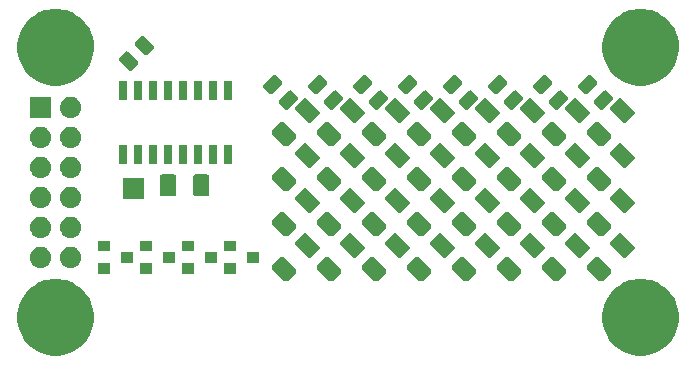
<source format=gbr>
G04 #@! TF.GenerationSoftware,KiCad,Pcbnew,5.0.2-bee76a0~70~ubuntu18.04.1*
G04 #@! TF.CreationDate,2019-08-18T09:54:40+02:00*
G04 #@! TF.ProjectId,595display,35393564-6973-4706-9c61-792e6b696361,rev?*
G04 #@! TF.SameCoordinates,PX5e78920PY37b6b20*
G04 #@! TF.FileFunction,Soldermask,Top*
G04 #@! TF.FilePolarity,Negative*
%FSLAX46Y46*%
G04 Gerber Fmt 4.6, Leading zero omitted, Abs format (unit mm)*
G04 Created by KiCad (PCBNEW 5.0.2-bee76a0~70~ubuntu18.04.1) date zo 18 aug 2019 09:54:40 CEST*
%MOMM*%
%LPD*%
G01*
G04 APERTURE LIST*
%ADD10C,0.100000*%
G04 APERTURE END LIST*
D10*
G36*
X53974239Y6998533D02*
X54288282Y6936066D01*
X54879926Y6690999D01*
X55169523Y6497496D01*
X55412395Y6335214D01*
X55865214Y5882395D01*
X55865216Y5882392D01*
X56220999Y5349926D01*
X56342724Y5056056D01*
X56466066Y4758281D01*
X56591000Y4130197D01*
X56591000Y3489803D01*
X56528533Y3175761D01*
X56466066Y2861718D01*
X56220999Y2270074D01*
X55973265Y1899315D01*
X55865214Y1737605D01*
X55412395Y1284786D01*
X55412392Y1284784D01*
X54879926Y929001D01*
X54288282Y683934D01*
X53974239Y621467D01*
X53660197Y559000D01*
X53019803Y559000D01*
X52705761Y621467D01*
X52391718Y683934D01*
X51800074Y929001D01*
X51267608Y1284784D01*
X51267605Y1284786D01*
X50814786Y1737605D01*
X50706735Y1899315D01*
X50459001Y2270074D01*
X50213934Y2861718D01*
X50151467Y3175761D01*
X50089000Y3489803D01*
X50089000Y4130197D01*
X50213934Y4758281D01*
X50337276Y5056056D01*
X50459001Y5349926D01*
X50814784Y5882392D01*
X50814786Y5882395D01*
X51267605Y6335214D01*
X51510477Y6497496D01*
X51800074Y6690999D01*
X52391718Y6936066D01*
X52705761Y6998533D01*
X53019803Y7061000D01*
X53660197Y7061000D01*
X53974239Y6998533D01*
X53974239Y6998533D01*
G37*
G36*
X4444239Y6998533D02*
X4758282Y6936066D01*
X5349926Y6690999D01*
X5639523Y6497496D01*
X5882395Y6335214D01*
X6335214Y5882395D01*
X6335216Y5882392D01*
X6690999Y5349926D01*
X6812724Y5056056D01*
X6936066Y4758281D01*
X7061000Y4130197D01*
X7061000Y3489803D01*
X6998533Y3175761D01*
X6936066Y2861718D01*
X6690999Y2270074D01*
X6443265Y1899315D01*
X6335214Y1737605D01*
X5882395Y1284786D01*
X5882392Y1284784D01*
X5349926Y929001D01*
X4758282Y683934D01*
X4444239Y621467D01*
X4130197Y559000D01*
X3489803Y559000D01*
X3175761Y621467D01*
X2861718Y683934D01*
X2270074Y929001D01*
X1737608Y1284784D01*
X1737605Y1284786D01*
X1284786Y1737605D01*
X1176735Y1899315D01*
X929001Y2270074D01*
X683934Y2861718D01*
X621467Y3175761D01*
X559000Y3489803D01*
X559000Y4130197D01*
X683934Y4758281D01*
X807276Y5056056D01*
X929001Y5349926D01*
X1284784Y5882392D01*
X1284786Y5882395D01*
X1737605Y6335214D01*
X1980477Y6497496D01*
X2270074Y6690999D01*
X2861718Y6936066D01*
X3175761Y6998533D01*
X3489803Y7061000D01*
X4130197Y7061000D01*
X4444239Y6998533D01*
X4444239Y6998533D01*
G37*
G36*
X30621278Y8947552D02*
X30657819Y8936467D01*
X30691494Y8918468D01*
X30725791Y8890320D01*
X31750320Y7865791D01*
X31778468Y7831494D01*
X31796467Y7797819D01*
X31807552Y7761278D01*
X31811294Y7723274D01*
X31807552Y7685270D01*
X31796467Y7648729D01*
X31778468Y7615054D01*
X31750320Y7580757D01*
X31079345Y6909782D01*
X31045048Y6881634D01*
X31011373Y6863635D01*
X30974832Y6852550D01*
X30936828Y6848808D01*
X30898824Y6852550D01*
X30862283Y6863635D01*
X30828608Y6881634D01*
X30794311Y6909782D01*
X29769782Y7934311D01*
X29741634Y7968608D01*
X29723635Y8002283D01*
X29712550Y8038824D01*
X29708808Y8076828D01*
X29712550Y8114832D01*
X29723635Y8151373D01*
X29741634Y8185048D01*
X29769782Y8219345D01*
X30440757Y8890320D01*
X30475054Y8918468D01*
X30508729Y8936467D01*
X30545270Y8947552D01*
X30583274Y8951294D01*
X30621278Y8947552D01*
X30621278Y8947552D01*
G37*
G36*
X23001278Y8947552D02*
X23037819Y8936467D01*
X23071494Y8918468D01*
X23105791Y8890320D01*
X24130320Y7865791D01*
X24158468Y7831494D01*
X24176467Y7797819D01*
X24187552Y7761278D01*
X24191294Y7723274D01*
X24187552Y7685270D01*
X24176467Y7648729D01*
X24158468Y7615054D01*
X24130320Y7580757D01*
X23459345Y6909782D01*
X23425048Y6881634D01*
X23391373Y6863635D01*
X23354832Y6852550D01*
X23316828Y6848808D01*
X23278824Y6852550D01*
X23242283Y6863635D01*
X23208608Y6881634D01*
X23174311Y6909782D01*
X22149782Y7934311D01*
X22121634Y7968608D01*
X22103635Y8002283D01*
X22092550Y8038824D01*
X22088808Y8076828D01*
X22092550Y8114832D01*
X22103635Y8151373D01*
X22121634Y8185048D01*
X22149782Y8219345D01*
X22820757Y8890320D01*
X22855054Y8918468D01*
X22888729Y8936467D01*
X22925270Y8947552D01*
X22963274Y8951294D01*
X23001278Y8947552D01*
X23001278Y8947552D01*
G37*
G36*
X49671278Y8947552D02*
X49707819Y8936467D01*
X49741494Y8918468D01*
X49775791Y8890320D01*
X50800320Y7865791D01*
X50828468Y7831494D01*
X50846467Y7797819D01*
X50857552Y7761278D01*
X50861294Y7723274D01*
X50857552Y7685270D01*
X50846467Y7648729D01*
X50828468Y7615054D01*
X50800320Y7580757D01*
X50129345Y6909782D01*
X50095048Y6881634D01*
X50061373Y6863635D01*
X50024832Y6852550D01*
X49986828Y6848808D01*
X49948824Y6852550D01*
X49912283Y6863635D01*
X49878608Y6881634D01*
X49844311Y6909782D01*
X48819782Y7934311D01*
X48791634Y7968608D01*
X48773635Y8002283D01*
X48762550Y8038824D01*
X48758808Y8076828D01*
X48762550Y8114832D01*
X48773635Y8151373D01*
X48791634Y8185048D01*
X48819782Y8219345D01*
X49490757Y8890320D01*
X49525054Y8918468D01*
X49558729Y8936467D01*
X49595270Y8947552D01*
X49633274Y8951294D01*
X49671278Y8947552D01*
X49671278Y8947552D01*
G37*
G36*
X45861278Y8947552D02*
X45897819Y8936467D01*
X45931494Y8918468D01*
X45965791Y8890320D01*
X46990320Y7865791D01*
X47018468Y7831494D01*
X47036467Y7797819D01*
X47047552Y7761278D01*
X47051294Y7723274D01*
X47047552Y7685270D01*
X47036467Y7648729D01*
X47018468Y7615054D01*
X46990320Y7580757D01*
X46319345Y6909782D01*
X46285048Y6881634D01*
X46251373Y6863635D01*
X46214832Y6852550D01*
X46176828Y6848808D01*
X46138824Y6852550D01*
X46102283Y6863635D01*
X46068608Y6881634D01*
X46034311Y6909782D01*
X45009782Y7934311D01*
X44981634Y7968608D01*
X44963635Y8002283D01*
X44952550Y8038824D01*
X44948808Y8076828D01*
X44952550Y8114832D01*
X44963635Y8151373D01*
X44981634Y8185048D01*
X45009782Y8219345D01*
X45680757Y8890320D01*
X45715054Y8918468D01*
X45748729Y8936467D01*
X45785270Y8947552D01*
X45823274Y8951294D01*
X45861278Y8947552D01*
X45861278Y8947552D01*
G37*
G36*
X42051278Y8947552D02*
X42087819Y8936467D01*
X42121494Y8918468D01*
X42155791Y8890320D01*
X43180320Y7865791D01*
X43208468Y7831494D01*
X43226467Y7797819D01*
X43237552Y7761278D01*
X43241294Y7723274D01*
X43237552Y7685270D01*
X43226467Y7648729D01*
X43208468Y7615054D01*
X43180320Y7580757D01*
X42509345Y6909782D01*
X42475048Y6881634D01*
X42441373Y6863635D01*
X42404832Y6852550D01*
X42366828Y6848808D01*
X42328824Y6852550D01*
X42292283Y6863635D01*
X42258608Y6881634D01*
X42224311Y6909782D01*
X41199782Y7934311D01*
X41171634Y7968608D01*
X41153635Y8002283D01*
X41142550Y8038824D01*
X41138808Y8076828D01*
X41142550Y8114832D01*
X41153635Y8151373D01*
X41171634Y8185048D01*
X41199782Y8219345D01*
X41870757Y8890320D01*
X41905054Y8918468D01*
X41938729Y8936467D01*
X41975270Y8947552D01*
X42013274Y8951294D01*
X42051278Y8947552D01*
X42051278Y8947552D01*
G37*
G36*
X34431278Y8947552D02*
X34467819Y8936467D01*
X34501494Y8918468D01*
X34535791Y8890320D01*
X35560320Y7865791D01*
X35588468Y7831494D01*
X35606467Y7797819D01*
X35617552Y7761278D01*
X35621294Y7723274D01*
X35617552Y7685270D01*
X35606467Y7648729D01*
X35588468Y7615054D01*
X35560320Y7580757D01*
X34889345Y6909782D01*
X34855048Y6881634D01*
X34821373Y6863635D01*
X34784832Y6852550D01*
X34746828Y6848808D01*
X34708824Y6852550D01*
X34672283Y6863635D01*
X34638608Y6881634D01*
X34604311Y6909782D01*
X33579782Y7934311D01*
X33551634Y7968608D01*
X33533635Y8002283D01*
X33522550Y8038824D01*
X33518808Y8076828D01*
X33522550Y8114832D01*
X33533635Y8151373D01*
X33551634Y8185048D01*
X33579782Y8219345D01*
X34250757Y8890320D01*
X34285054Y8918468D01*
X34318729Y8936467D01*
X34355270Y8947552D01*
X34393274Y8951294D01*
X34431278Y8947552D01*
X34431278Y8947552D01*
G37*
G36*
X26811278Y8947552D02*
X26847819Y8936467D01*
X26881494Y8918468D01*
X26915791Y8890320D01*
X27940320Y7865791D01*
X27968468Y7831494D01*
X27986467Y7797819D01*
X27997552Y7761278D01*
X28001294Y7723274D01*
X27997552Y7685270D01*
X27986467Y7648729D01*
X27968468Y7615054D01*
X27940320Y7580757D01*
X27269345Y6909782D01*
X27235048Y6881634D01*
X27201373Y6863635D01*
X27164832Y6852550D01*
X27126828Y6848808D01*
X27088824Y6852550D01*
X27052283Y6863635D01*
X27018608Y6881634D01*
X26984311Y6909782D01*
X25959782Y7934311D01*
X25931634Y7968608D01*
X25913635Y8002283D01*
X25902550Y8038824D01*
X25898808Y8076828D01*
X25902550Y8114832D01*
X25913635Y8151373D01*
X25931634Y8185048D01*
X25959782Y8219345D01*
X26630757Y8890320D01*
X26665054Y8918468D01*
X26698729Y8936467D01*
X26735270Y8947552D01*
X26773274Y8951294D01*
X26811278Y8947552D01*
X26811278Y8947552D01*
G37*
G36*
X38241278Y8947552D02*
X38277819Y8936467D01*
X38311494Y8918468D01*
X38345791Y8890320D01*
X39370320Y7865791D01*
X39398468Y7831494D01*
X39416467Y7797819D01*
X39427552Y7761278D01*
X39431294Y7723274D01*
X39427552Y7685270D01*
X39416467Y7648729D01*
X39398468Y7615054D01*
X39370320Y7580757D01*
X38699345Y6909782D01*
X38665048Y6881634D01*
X38631373Y6863635D01*
X38594832Y6852550D01*
X38556828Y6848808D01*
X38518824Y6852550D01*
X38482283Y6863635D01*
X38448608Y6881634D01*
X38414311Y6909782D01*
X37389782Y7934311D01*
X37361634Y7968608D01*
X37343635Y8002283D01*
X37332550Y8038824D01*
X37328808Y8076828D01*
X37332550Y8114832D01*
X37343635Y8151373D01*
X37361634Y8185048D01*
X37389782Y8219345D01*
X38060757Y8890320D01*
X38095054Y8918468D01*
X38128729Y8936467D01*
X38165270Y8947552D01*
X38203274Y8951294D01*
X38241278Y8947552D01*
X38241278Y8947552D01*
G37*
G36*
X19059000Y7489000D02*
X18057000Y7489000D01*
X18057000Y8391000D01*
X19059000Y8391000D01*
X19059000Y7489000D01*
X19059000Y7489000D01*
G37*
G36*
X15503000Y7489000D02*
X14501000Y7489000D01*
X14501000Y8391000D01*
X15503000Y8391000D01*
X15503000Y7489000D01*
X15503000Y7489000D01*
G37*
G36*
X11947000Y7489000D02*
X10945000Y7489000D01*
X10945000Y8391000D01*
X11947000Y8391000D01*
X11947000Y7489000D01*
X11947000Y7489000D01*
G37*
G36*
X8391000Y7489000D02*
X7389000Y7489000D01*
X7389000Y8391000D01*
X8391000Y8391000D01*
X8391000Y7489000D01*
X8391000Y7489000D01*
G37*
G36*
X2650443Y9784481D02*
X2716627Y9777963D01*
X2829853Y9743616D01*
X2886467Y9726443D01*
X2930003Y9703172D01*
X3042991Y9642778D01*
X3060234Y9628627D01*
X3180186Y9530186D01*
X3263448Y9428729D01*
X3292778Y9392991D01*
X3292779Y9392989D01*
X3376443Y9236467D01*
X3376443Y9236466D01*
X3427963Y9066627D01*
X3445359Y8890000D01*
X3427963Y8713373D01*
X3393616Y8600147D01*
X3376443Y8543533D01*
X3320568Y8439000D01*
X3292778Y8387009D01*
X3263448Y8351271D01*
X3180186Y8249814D01*
X3101267Y8185048D01*
X3042991Y8137222D01*
X3042989Y8137221D01*
X2886467Y8053557D01*
X2837898Y8038824D01*
X2716627Y8002037D01*
X2650443Y7995519D01*
X2584260Y7989000D01*
X2495740Y7989000D01*
X2429558Y7995518D01*
X2363373Y8002037D01*
X2242102Y8038824D01*
X2193533Y8053557D01*
X2037011Y8137221D01*
X2037009Y8137222D01*
X1978733Y8185048D01*
X1899814Y8249814D01*
X1816552Y8351271D01*
X1787222Y8387009D01*
X1759432Y8439000D01*
X1703557Y8543533D01*
X1686384Y8600147D01*
X1652037Y8713373D01*
X1634641Y8890000D01*
X1652037Y9066627D01*
X1703557Y9236466D01*
X1703557Y9236467D01*
X1787221Y9392989D01*
X1787222Y9392991D01*
X1816552Y9428729D01*
X1899814Y9530186D01*
X2019766Y9628627D01*
X2037009Y9642778D01*
X2149997Y9703172D01*
X2193533Y9726443D01*
X2250147Y9743616D01*
X2363373Y9777963D01*
X2429557Y9784481D01*
X2495740Y9791000D01*
X2584260Y9791000D01*
X2650443Y9784481D01*
X2650443Y9784481D01*
G37*
G36*
X5190443Y9784481D02*
X5256627Y9777963D01*
X5369853Y9743616D01*
X5426467Y9726443D01*
X5470003Y9703172D01*
X5582991Y9642778D01*
X5600234Y9628627D01*
X5720186Y9530186D01*
X5803448Y9428729D01*
X5832778Y9392991D01*
X5832779Y9392989D01*
X5916443Y9236467D01*
X5916443Y9236466D01*
X5967963Y9066627D01*
X5985359Y8890000D01*
X5967963Y8713373D01*
X5933616Y8600147D01*
X5916443Y8543533D01*
X5860568Y8439000D01*
X5832778Y8387009D01*
X5803448Y8351271D01*
X5720186Y8249814D01*
X5641267Y8185048D01*
X5582991Y8137222D01*
X5582989Y8137221D01*
X5426467Y8053557D01*
X5377898Y8038824D01*
X5256627Y8002037D01*
X5190443Y7995519D01*
X5124260Y7989000D01*
X5035740Y7989000D01*
X4969558Y7995518D01*
X4903373Y8002037D01*
X4782102Y8038824D01*
X4733533Y8053557D01*
X4577011Y8137221D01*
X4577009Y8137222D01*
X4518733Y8185048D01*
X4439814Y8249814D01*
X4356552Y8351271D01*
X4327222Y8387009D01*
X4299432Y8439000D01*
X4243557Y8543533D01*
X4226384Y8600147D01*
X4192037Y8713373D01*
X4174641Y8890000D01*
X4192037Y9066627D01*
X4243557Y9236466D01*
X4243557Y9236467D01*
X4327221Y9392989D01*
X4327222Y9392991D01*
X4356552Y9428729D01*
X4439814Y9530186D01*
X4559766Y9628627D01*
X4577009Y9642778D01*
X4689997Y9703172D01*
X4733533Y9726443D01*
X4790147Y9743616D01*
X4903373Y9777963D01*
X4969557Y9784481D01*
X5035740Y9791000D01*
X5124260Y9791000D01*
X5190443Y9784481D01*
X5190443Y9784481D01*
G37*
G36*
X13947000Y8439000D02*
X12945000Y8439000D01*
X12945000Y9341000D01*
X13947000Y9341000D01*
X13947000Y8439000D01*
X13947000Y8439000D01*
G37*
G36*
X21059000Y8439000D02*
X20057000Y8439000D01*
X20057000Y9341000D01*
X21059000Y9341000D01*
X21059000Y8439000D01*
X21059000Y8439000D01*
G37*
G36*
X10391000Y8439000D02*
X9389000Y8439000D01*
X9389000Y9341000D01*
X10391000Y9341000D01*
X10391000Y8439000D01*
X10391000Y8439000D01*
G37*
G36*
X17503000Y8439000D02*
X16501000Y8439000D01*
X16501000Y9341000D01*
X17503000Y9341000D01*
X17503000Y8439000D01*
X17503000Y8439000D01*
G37*
G36*
X28791176Y10927450D02*
X28827717Y10916365D01*
X28861392Y10898366D01*
X28895689Y10870218D01*
X29920218Y9845689D01*
X29948366Y9811392D01*
X29966365Y9777717D01*
X29977450Y9741176D01*
X29981192Y9703172D01*
X29977450Y9665168D01*
X29966365Y9628627D01*
X29948366Y9594952D01*
X29920218Y9560655D01*
X29249243Y8889680D01*
X29214946Y8861532D01*
X29181271Y8843533D01*
X29144730Y8832448D01*
X29106726Y8828706D01*
X29068722Y8832448D01*
X29032181Y8843533D01*
X28998506Y8861532D01*
X28964209Y8889680D01*
X27939680Y9914209D01*
X27911532Y9948506D01*
X27893533Y9982181D01*
X27882448Y10018722D01*
X27878706Y10056726D01*
X27882448Y10094730D01*
X27893533Y10131271D01*
X27911532Y10164946D01*
X27939680Y10199243D01*
X28610655Y10870218D01*
X28644952Y10898366D01*
X28678627Y10916365D01*
X28715168Y10927450D01*
X28753172Y10931192D01*
X28791176Y10927450D01*
X28791176Y10927450D01*
G37*
G36*
X51651176Y10927450D02*
X51687717Y10916365D01*
X51721392Y10898366D01*
X51755689Y10870218D01*
X52780218Y9845689D01*
X52808366Y9811392D01*
X52826365Y9777717D01*
X52837450Y9741176D01*
X52841192Y9703172D01*
X52837450Y9665168D01*
X52826365Y9628627D01*
X52808366Y9594952D01*
X52780218Y9560655D01*
X52109243Y8889680D01*
X52074946Y8861532D01*
X52041271Y8843533D01*
X52004730Y8832448D01*
X51966726Y8828706D01*
X51928722Y8832448D01*
X51892181Y8843533D01*
X51858506Y8861532D01*
X51824209Y8889680D01*
X50799680Y9914209D01*
X50771532Y9948506D01*
X50753533Y9982181D01*
X50742448Y10018722D01*
X50738706Y10056726D01*
X50742448Y10094730D01*
X50753533Y10131271D01*
X50771532Y10164946D01*
X50799680Y10199243D01*
X51470655Y10870218D01*
X51504952Y10898366D01*
X51538627Y10916365D01*
X51575168Y10927450D01*
X51613172Y10931192D01*
X51651176Y10927450D01*
X51651176Y10927450D01*
G37*
G36*
X47841176Y10927450D02*
X47877717Y10916365D01*
X47911392Y10898366D01*
X47945689Y10870218D01*
X48970218Y9845689D01*
X48998366Y9811392D01*
X49016365Y9777717D01*
X49027450Y9741176D01*
X49031192Y9703172D01*
X49027450Y9665168D01*
X49016365Y9628627D01*
X48998366Y9594952D01*
X48970218Y9560655D01*
X48299243Y8889680D01*
X48264946Y8861532D01*
X48231271Y8843533D01*
X48194730Y8832448D01*
X48156726Y8828706D01*
X48118722Y8832448D01*
X48082181Y8843533D01*
X48048506Y8861532D01*
X48014209Y8889680D01*
X46989680Y9914209D01*
X46961532Y9948506D01*
X46943533Y9982181D01*
X46932448Y10018722D01*
X46928706Y10056726D01*
X46932448Y10094730D01*
X46943533Y10131271D01*
X46961532Y10164946D01*
X46989680Y10199243D01*
X47660655Y10870218D01*
X47694952Y10898366D01*
X47728627Y10916365D01*
X47765168Y10927450D01*
X47803172Y10931192D01*
X47841176Y10927450D01*
X47841176Y10927450D01*
G37*
G36*
X44031176Y10927450D02*
X44067717Y10916365D01*
X44101392Y10898366D01*
X44135689Y10870218D01*
X45160218Y9845689D01*
X45188366Y9811392D01*
X45206365Y9777717D01*
X45217450Y9741176D01*
X45221192Y9703172D01*
X45217450Y9665168D01*
X45206365Y9628627D01*
X45188366Y9594952D01*
X45160218Y9560655D01*
X44489243Y8889680D01*
X44454946Y8861532D01*
X44421271Y8843533D01*
X44384730Y8832448D01*
X44346726Y8828706D01*
X44308722Y8832448D01*
X44272181Y8843533D01*
X44238506Y8861532D01*
X44204209Y8889680D01*
X43179680Y9914209D01*
X43151532Y9948506D01*
X43133533Y9982181D01*
X43122448Y10018722D01*
X43118706Y10056726D01*
X43122448Y10094730D01*
X43133533Y10131271D01*
X43151532Y10164946D01*
X43179680Y10199243D01*
X43850655Y10870218D01*
X43884952Y10898366D01*
X43918627Y10916365D01*
X43955168Y10927450D01*
X43993172Y10931192D01*
X44031176Y10927450D01*
X44031176Y10927450D01*
G37*
G36*
X40221176Y10927450D02*
X40257717Y10916365D01*
X40291392Y10898366D01*
X40325689Y10870218D01*
X41350218Y9845689D01*
X41378366Y9811392D01*
X41396365Y9777717D01*
X41407450Y9741176D01*
X41411192Y9703172D01*
X41407450Y9665168D01*
X41396365Y9628627D01*
X41378366Y9594952D01*
X41350218Y9560655D01*
X40679243Y8889680D01*
X40644946Y8861532D01*
X40611271Y8843533D01*
X40574730Y8832448D01*
X40536726Y8828706D01*
X40498722Y8832448D01*
X40462181Y8843533D01*
X40428506Y8861532D01*
X40394209Y8889680D01*
X39369680Y9914209D01*
X39341532Y9948506D01*
X39323533Y9982181D01*
X39312448Y10018722D01*
X39308706Y10056726D01*
X39312448Y10094730D01*
X39323533Y10131271D01*
X39341532Y10164946D01*
X39369680Y10199243D01*
X40040655Y10870218D01*
X40074952Y10898366D01*
X40108627Y10916365D01*
X40145168Y10927450D01*
X40183172Y10931192D01*
X40221176Y10927450D01*
X40221176Y10927450D01*
G37*
G36*
X32601176Y10927450D02*
X32637717Y10916365D01*
X32671392Y10898366D01*
X32705689Y10870218D01*
X33730218Y9845689D01*
X33758366Y9811392D01*
X33776365Y9777717D01*
X33787450Y9741176D01*
X33791192Y9703172D01*
X33787450Y9665168D01*
X33776365Y9628627D01*
X33758366Y9594952D01*
X33730218Y9560655D01*
X33059243Y8889680D01*
X33024946Y8861532D01*
X32991271Y8843533D01*
X32954730Y8832448D01*
X32916726Y8828706D01*
X32878722Y8832448D01*
X32842181Y8843533D01*
X32808506Y8861532D01*
X32774209Y8889680D01*
X31749680Y9914209D01*
X31721532Y9948506D01*
X31703533Y9982181D01*
X31692448Y10018722D01*
X31688706Y10056726D01*
X31692448Y10094730D01*
X31703533Y10131271D01*
X31721532Y10164946D01*
X31749680Y10199243D01*
X32420655Y10870218D01*
X32454952Y10898366D01*
X32488627Y10916365D01*
X32525168Y10927450D01*
X32563172Y10931192D01*
X32601176Y10927450D01*
X32601176Y10927450D01*
G37*
G36*
X36411176Y10927450D02*
X36447717Y10916365D01*
X36481392Y10898366D01*
X36515689Y10870218D01*
X37540218Y9845689D01*
X37568366Y9811392D01*
X37586365Y9777717D01*
X37597450Y9741176D01*
X37601192Y9703172D01*
X37597450Y9665168D01*
X37586365Y9628627D01*
X37568366Y9594952D01*
X37540218Y9560655D01*
X36869243Y8889680D01*
X36834946Y8861532D01*
X36801271Y8843533D01*
X36764730Y8832448D01*
X36726726Y8828706D01*
X36688722Y8832448D01*
X36652181Y8843533D01*
X36618506Y8861532D01*
X36584209Y8889680D01*
X35559680Y9914209D01*
X35531532Y9948506D01*
X35513533Y9982181D01*
X35502448Y10018722D01*
X35498706Y10056726D01*
X35502448Y10094730D01*
X35513533Y10131271D01*
X35531532Y10164946D01*
X35559680Y10199243D01*
X36230655Y10870218D01*
X36264952Y10898366D01*
X36298627Y10916365D01*
X36335168Y10927450D01*
X36373172Y10931192D01*
X36411176Y10927450D01*
X36411176Y10927450D01*
G37*
G36*
X24981176Y10927450D02*
X25017717Y10916365D01*
X25051392Y10898366D01*
X25085689Y10870218D01*
X26110218Y9845689D01*
X26138366Y9811392D01*
X26156365Y9777717D01*
X26167450Y9741176D01*
X26171192Y9703172D01*
X26167450Y9665168D01*
X26156365Y9628627D01*
X26138366Y9594952D01*
X26110218Y9560655D01*
X25439243Y8889680D01*
X25404946Y8861532D01*
X25371271Y8843533D01*
X25334730Y8832448D01*
X25296726Y8828706D01*
X25258722Y8832448D01*
X25222181Y8843533D01*
X25188506Y8861532D01*
X25154209Y8889680D01*
X24129680Y9914209D01*
X24101532Y9948506D01*
X24083533Y9982181D01*
X24072448Y10018722D01*
X24068706Y10056726D01*
X24072448Y10094730D01*
X24083533Y10131271D01*
X24101532Y10164946D01*
X24129680Y10199243D01*
X24800655Y10870218D01*
X24834952Y10898366D01*
X24868627Y10916365D01*
X24905168Y10927450D01*
X24943172Y10931192D01*
X24981176Y10927450D01*
X24981176Y10927450D01*
G37*
G36*
X8391000Y9389000D02*
X7389000Y9389000D01*
X7389000Y10291000D01*
X8391000Y10291000D01*
X8391000Y9389000D01*
X8391000Y9389000D01*
G37*
G36*
X11947000Y9389000D02*
X10945000Y9389000D01*
X10945000Y10291000D01*
X11947000Y10291000D01*
X11947000Y9389000D01*
X11947000Y9389000D01*
G37*
G36*
X15503000Y9389000D02*
X14501000Y9389000D01*
X14501000Y10291000D01*
X15503000Y10291000D01*
X15503000Y9389000D01*
X15503000Y9389000D01*
G37*
G36*
X19059000Y9389000D02*
X18057000Y9389000D01*
X18057000Y10291000D01*
X19059000Y10291000D01*
X19059000Y9389000D01*
X19059000Y9389000D01*
G37*
G36*
X2650442Y12324482D02*
X2716627Y12317963D01*
X2829853Y12283616D01*
X2886467Y12266443D01*
X3025087Y12192348D01*
X3042991Y12182778D01*
X3078729Y12153448D01*
X3180186Y12070186D01*
X3263448Y11968729D01*
X3292778Y11932991D01*
X3292779Y11932989D01*
X3376443Y11776467D01*
X3376443Y11776466D01*
X3427963Y11606627D01*
X3445359Y11430000D01*
X3427963Y11253373D01*
X3393616Y11140147D01*
X3376443Y11083533D01*
X3302348Y10944913D01*
X3292778Y10927009D01*
X3271212Y10900731D01*
X3180186Y10789814D01*
X3078729Y10706552D01*
X3042991Y10677222D01*
X3042989Y10677221D01*
X2886467Y10593557D01*
X2829853Y10576384D01*
X2716627Y10542037D01*
X2650443Y10535519D01*
X2584260Y10529000D01*
X2495740Y10529000D01*
X2429557Y10535519D01*
X2363373Y10542037D01*
X2250147Y10576384D01*
X2193533Y10593557D01*
X2037011Y10677221D01*
X2037009Y10677222D01*
X2001271Y10706552D01*
X1899814Y10789814D01*
X1808788Y10900731D01*
X1787222Y10927009D01*
X1777652Y10944913D01*
X1703557Y11083533D01*
X1686384Y11140147D01*
X1652037Y11253373D01*
X1634641Y11430000D01*
X1652037Y11606627D01*
X1703557Y11776466D01*
X1703557Y11776467D01*
X1787221Y11932989D01*
X1787222Y11932991D01*
X1816552Y11968729D01*
X1899814Y12070186D01*
X2001271Y12153448D01*
X2037009Y12182778D01*
X2054913Y12192348D01*
X2193533Y12266443D01*
X2250147Y12283616D01*
X2363373Y12317963D01*
X2429558Y12324482D01*
X2495740Y12331000D01*
X2584260Y12331000D01*
X2650442Y12324482D01*
X2650442Y12324482D01*
G37*
G36*
X5190442Y12324482D02*
X5256627Y12317963D01*
X5369853Y12283616D01*
X5426467Y12266443D01*
X5565087Y12192348D01*
X5582991Y12182778D01*
X5618729Y12153448D01*
X5720186Y12070186D01*
X5803448Y11968729D01*
X5832778Y11932991D01*
X5832779Y11932989D01*
X5916443Y11776467D01*
X5916443Y11776466D01*
X5967963Y11606627D01*
X5985359Y11430000D01*
X5967963Y11253373D01*
X5933616Y11140147D01*
X5916443Y11083533D01*
X5842348Y10944913D01*
X5832778Y10927009D01*
X5811212Y10900731D01*
X5720186Y10789814D01*
X5618729Y10706552D01*
X5582991Y10677222D01*
X5582989Y10677221D01*
X5426467Y10593557D01*
X5369853Y10576384D01*
X5256627Y10542037D01*
X5190443Y10535519D01*
X5124260Y10529000D01*
X5035740Y10529000D01*
X4969557Y10535519D01*
X4903373Y10542037D01*
X4790147Y10576384D01*
X4733533Y10593557D01*
X4577011Y10677221D01*
X4577009Y10677222D01*
X4541271Y10706552D01*
X4439814Y10789814D01*
X4348788Y10900731D01*
X4327222Y10927009D01*
X4317652Y10944913D01*
X4243557Y11083533D01*
X4226384Y11140147D01*
X4192037Y11253373D01*
X4174641Y11430000D01*
X4192037Y11606627D01*
X4243557Y11776466D01*
X4243557Y11776467D01*
X4327221Y11932989D01*
X4327222Y11932991D01*
X4356552Y11968729D01*
X4439814Y12070186D01*
X4541271Y12153448D01*
X4577009Y12182778D01*
X4594913Y12192348D01*
X4733533Y12266443D01*
X4790147Y12283616D01*
X4903373Y12317963D01*
X4969558Y12324482D01*
X5035740Y12331000D01*
X5124260Y12331000D01*
X5190442Y12324482D01*
X5190442Y12324482D01*
G37*
G36*
X49671278Y12757552D02*
X49707819Y12746467D01*
X49741494Y12728468D01*
X49775791Y12700320D01*
X50800320Y11675791D01*
X50828468Y11641494D01*
X50846467Y11607819D01*
X50857552Y11571278D01*
X50861294Y11533274D01*
X50857552Y11495270D01*
X50846467Y11458729D01*
X50828468Y11425054D01*
X50800320Y11390757D01*
X50129345Y10719782D01*
X50095048Y10691634D01*
X50061373Y10673635D01*
X50024832Y10662550D01*
X49986828Y10658808D01*
X49948824Y10662550D01*
X49912283Y10673635D01*
X49878608Y10691634D01*
X49844311Y10719782D01*
X48819782Y11744311D01*
X48791634Y11778608D01*
X48773635Y11812283D01*
X48762550Y11848824D01*
X48758808Y11886828D01*
X48762550Y11924832D01*
X48773635Y11961373D01*
X48791634Y11995048D01*
X48819782Y12029345D01*
X49490757Y12700320D01*
X49525054Y12728468D01*
X49558729Y12746467D01*
X49595270Y12757552D01*
X49633274Y12761294D01*
X49671278Y12757552D01*
X49671278Y12757552D01*
G37*
G36*
X42051278Y12757552D02*
X42087819Y12746467D01*
X42121494Y12728468D01*
X42155791Y12700320D01*
X43180320Y11675791D01*
X43208468Y11641494D01*
X43226467Y11607819D01*
X43237552Y11571278D01*
X43241294Y11533274D01*
X43237552Y11495270D01*
X43226467Y11458729D01*
X43208468Y11425054D01*
X43180320Y11390757D01*
X42509345Y10719782D01*
X42475048Y10691634D01*
X42441373Y10673635D01*
X42404832Y10662550D01*
X42366828Y10658808D01*
X42328824Y10662550D01*
X42292283Y10673635D01*
X42258608Y10691634D01*
X42224311Y10719782D01*
X41199782Y11744311D01*
X41171634Y11778608D01*
X41153635Y11812283D01*
X41142550Y11848824D01*
X41138808Y11886828D01*
X41142550Y11924832D01*
X41153635Y11961373D01*
X41171634Y11995048D01*
X41199782Y12029345D01*
X41870757Y12700320D01*
X41905054Y12728468D01*
X41938729Y12746467D01*
X41975270Y12757552D01*
X42013274Y12761294D01*
X42051278Y12757552D01*
X42051278Y12757552D01*
G37*
G36*
X38241278Y12757552D02*
X38277819Y12746467D01*
X38311494Y12728468D01*
X38345791Y12700320D01*
X39370320Y11675791D01*
X39398468Y11641494D01*
X39416467Y11607819D01*
X39427552Y11571278D01*
X39431294Y11533274D01*
X39427552Y11495270D01*
X39416467Y11458729D01*
X39398468Y11425054D01*
X39370320Y11390757D01*
X38699345Y10719782D01*
X38665048Y10691634D01*
X38631373Y10673635D01*
X38594832Y10662550D01*
X38556828Y10658808D01*
X38518824Y10662550D01*
X38482283Y10673635D01*
X38448608Y10691634D01*
X38414311Y10719782D01*
X37389782Y11744311D01*
X37361634Y11778608D01*
X37343635Y11812283D01*
X37332550Y11848824D01*
X37328808Y11886828D01*
X37332550Y11924832D01*
X37343635Y11961373D01*
X37361634Y11995048D01*
X37389782Y12029345D01*
X38060757Y12700320D01*
X38095054Y12728468D01*
X38128729Y12746467D01*
X38165270Y12757552D01*
X38203274Y12761294D01*
X38241278Y12757552D01*
X38241278Y12757552D01*
G37*
G36*
X45861278Y12757552D02*
X45897819Y12746467D01*
X45931494Y12728468D01*
X45965791Y12700320D01*
X46990320Y11675791D01*
X47018468Y11641494D01*
X47036467Y11607819D01*
X47047552Y11571278D01*
X47051294Y11533274D01*
X47047552Y11495270D01*
X47036467Y11458729D01*
X47018468Y11425054D01*
X46990320Y11390757D01*
X46319345Y10719782D01*
X46285048Y10691634D01*
X46251373Y10673635D01*
X46214832Y10662550D01*
X46176828Y10658808D01*
X46138824Y10662550D01*
X46102283Y10673635D01*
X46068608Y10691634D01*
X46034311Y10719782D01*
X45009782Y11744311D01*
X44981634Y11778608D01*
X44963635Y11812283D01*
X44952550Y11848824D01*
X44948808Y11886828D01*
X44952550Y11924832D01*
X44963635Y11961373D01*
X44981634Y11995048D01*
X45009782Y12029345D01*
X45680757Y12700320D01*
X45715054Y12728468D01*
X45748729Y12746467D01*
X45785270Y12757552D01*
X45823274Y12761294D01*
X45861278Y12757552D01*
X45861278Y12757552D01*
G37*
G36*
X34431278Y12757552D02*
X34467819Y12746467D01*
X34501494Y12728468D01*
X34535791Y12700320D01*
X35560320Y11675791D01*
X35588468Y11641494D01*
X35606467Y11607819D01*
X35617552Y11571278D01*
X35621294Y11533274D01*
X35617552Y11495270D01*
X35606467Y11458729D01*
X35588468Y11425054D01*
X35560320Y11390757D01*
X34889345Y10719782D01*
X34855048Y10691634D01*
X34821373Y10673635D01*
X34784832Y10662550D01*
X34746828Y10658808D01*
X34708824Y10662550D01*
X34672283Y10673635D01*
X34638608Y10691634D01*
X34604311Y10719782D01*
X33579782Y11744311D01*
X33551634Y11778608D01*
X33533635Y11812283D01*
X33522550Y11848824D01*
X33518808Y11886828D01*
X33522550Y11924832D01*
X33533635Y11961373D01*
X33551634Y11995048D01*
X33579782Y12029345D01*
X34250757Y12700320D01*
X34285054Y12728468D01*
X34318729Y12746467D01*
X34355270Y12757552D01*
X34393274Y12761294D01*
X34431278Y12757552D01*
X34431278Y12757552D01*
G37*
G36*
X30621278Y12757552D02*
X30657819Y12746467D01*
X30691494Y12728468D01*
X30725791Y12700320D01*
X31750320Y11675791D01*
X31778468Y11641494D01*
X31796467Y11607819D01*
X31807552Y11571278D01*
X31811294Y11533274D01*
X31807552Y11495270D01*
X31796467Y11458729D01*
X31778468Y11425054D01*
X31750320Y11390757D01*
X31079345Y10719782D01*
X31045048Y10691634D01*
X31011373Y10673635D01*
X30974832Y10662550D01*
X30936828Y10658808D01*
X30898824Y10662550D01*
X30862283Y10673635D01*
X30828608Y10691634D01*
X30794311Y10719782D01*
X29769782Y11744311D01*
X29741634Y11778608D01*
X29723635Y11812283D01*
X29712550Y11848824D01*
X29708808Y11886828D01*
X29712550Y11924832D01*
X29723635Y11961373D01*
X29741634Y11995048D01*
X29769782Y12029345D01*
X30440757Y12700320D01*
X30475054Y12728468D01*
X30508729Y12746467D01*
X30545270Y12757552D01*
X30583274Y12761294D01*
X30621278Y12757552D01*
X30621278Y12757552D01*
G37*
G36*
X26811278Y12757552D02*
X26847819Y12746467D01*
X26881494Y12728468D01*
X26915791Y12700320D01*
X27940320Y11675791D01*
X27968468Y11641494D01*
X27986467Y11607819D01*
X27997552Y11571278D01*
X28001294Y11533274D01*
X27997552Y11495270D01*
X27986467Y11458729D01*
X27968468Y11425054D01*
X27940320Y11390757D01*
X27269345Y10719782D01*
X27235048Y10691634D01*
X27201373Y10673635D01*
X27164832Y10662550D01*
X27126828Y10658808D01*
X27088824Y10662550D01*
X27052283Y10673635D01*
X27018608Y10691634D01*
X26984311Y10719782D01*
X25959782Y11744311D01*
X25931634Y11778608D01*
X25913635Y11812283D01*
X25902550Y11848824D01*
X25898808Y11886828D01*
X25902550Y11924832D01*
X25913635Y11961373D01*
X25931634Y11995048D01*
X25959782Y12029345D01*
X26630757Y12700320D01*
X26665054Y12728468D01*
X26698729Y12746467D01*
X26735270Y12757552D01*
X26773274Y12761294D01*
X26811278Y12757552D01*
X26811278Y12757552D01*
G37*
G36*
X23001278Y12757552D02*
X23037819Y12746467D01*
X23071494Y12728468D01*
X23105791Y12700320D01*
X24130320Y11675791D01*
X24158468Y11641494D01*
X24176467Y11607819D01*
X24187552Y11571278D01*
X24191294Y11533274D01*
X24187552Y11495270D01*
X24176467Y11458729D01*
X24158468Y11425054D01*
X24130320Y11390757D01*
X23459345Y10719782D01*
X23425048Y10691634D01*
X23391373Y10673635D01*
X23354832Y10662550D01*
X23316828Y10658808D01*
X23278824Y10662550D01*
X23242283Y10673635D01*
X23208608Y10691634D01*
X23174311Y10719782D01*
X22149782Y11744311D01*
X22121634Y11778608D01*
X22103635Y11812283D01*
X22092550Y11848824D01*
X22088808Y11886828D01*
X22092550Y11924832D01*
X22103635Y11961373D01*
X22121634Y11995048D01*
X22149782Y12029345D01*
X22820757Y12700320D01*
X22855054Y12728468D01*
X22888729Y12746467D01*
X22925270Y12757552D01*
X22963274Y12761294D01*
X23001278Y12757552D01*
X23001278Y12757552D01*
G37*
G36*
X28791176Y14737450D02*
X28827717Y14726365D01*
X28861392Y14708366D01*
X28895689Y14680218D01*
X29920218Y13655689D01*
X29948366Y13621392D01*
X29966365Y13587717D01*
X29977450Y13551176D01*
X29981192Y13513172D01*
X29977450Y13475168D01*
X29966365Y13438627D01*
X29948366Y13404952D01*
X29920218Y13370655D01*
X29249243Y12699680D01*
X29214946Y12671532D01*
X29181271Y12653533D01*
X29144730Y12642448D01*
X29106726Y12638706D01*
X29068722Y12642448D01*
X29032181Y12653533D01*
X28998506Y12671532D01*
X28964209Y12699680D01*
X27939680Y13724209D01*
X27911532Y13758506D01*
X27893533Y13792181D01*
X27882448Y13828722D01*
X27878706Y13866726D01*
X27882448Y13904730D01*
X27893533Y13941271D01*
X27911532Y13974946D01*
X27939680Y14009243D01*
X28610655Y14680218D01*
X28644952Y14708366D01*
X28678627Y14726365D01*
X28715168Y14737450D01*
X28753172Y14741192D01*
X28791176Y14737450D01*
X28791176Y14737450D01*
G37*
G36*
X24981176Y14737450D02*
X25017717Y14726365D01*
X25051392Y14708366D01*
X25085689Y14680218D01*
X26110218Y13655689D01*
X26138366Y13621392D01*
X26156365Y13587717D01*
X26167450Y13551176D01*
X26171192Y13513172D01*
X26167450Y13475168D01*
X26156365Y13438627D01*
X26138366Y13404952D01*
X26110218Y13370655D01*
X25439243Y12699680D01*
X25404946Y12671532D01*
X25371271Y12653533D01*
X25334730Y12642448D01*
X25296726Y12638706D01*
X25258722Y12642448D01*
X25222181Y12653533D01*
X25188506Y12671532D01*
X25154209Y12699680D01*
X24129680Y13724209D01*
X24101532Y13758506D01*
X24083533Y13792181D01*
X24072448Y13828722D01*
X24068706Y13866726D01*
X24072448Y13904730D01*
X24083533Y13941271D01*
X24101532Y13974946D01*
X24129680Y14009243D01*
X24800655Y14680218D01*
X24834952Y14708366D01*
X24868627Y14726365D01*
X24905168Y14737450D01*
X24943172Y14741192D01*
X24981176Y14737450D01*
X24981176Y14737450D01*
G37*
G36*
X32601176Y14737450D02*
X32637717Y14726365D01*
X32671392Y14708366D01*
X32705689Y14680218D01*
X33730218Y13655689D01*
X33758366Y13621392D01*
X33776365Y13587717D01*
X33787450Y13551176D01*
X33791192Y13513172D01*
X33787450Y13475168D01*
X33776365Y13438627D01*
X33758366Y13404952D01*
X33730218Y13370655D01*
X33059243Y12699680D01*
X33024946Y12671532D01*
X32991271Y12653533D01*
X32954730Y12642448D01*
X32916726Y12638706D01*
X32878722Y12642448D01*
X32842181Y12653533D01*
X32808506Y12671532D01*
X32774209Y12699680D01*
X31749680Y13724209D01*
X31721532Y13758506D01*
X31703533Y13792181D01*
X31692448Y13828722D01*
X31688706Y13866726D01*
X31692448Y13904730D01*
X31703533Y13941271D01*
X31721532Y13974946D01*
X31749680Y14009243D01*
X32420655Y14680218D01*
X32454952Y14708366D01*
X32488627Y14726365D01*
X32525168Y14737450D01*
X32563172Y14741192D01*
X32601176Y14737450D01*
X32601176Y14737450D01*
G37*
G36*
X51651176Y14737450D02*
X51687717Y14726365D01*
X51721392Y14708366D01*
X51755689Y14680218D01*
X52780218Y13655689D01*
X52808366Y13621392D01*
X52826365Y13587717D01*
X52837450Y13551176D01*
X52841192Y13513172D01*
X52837450Y13475168D01*
X52826365Y13438627D01*
X52808366Y13404952D01*
X52780218Y13370655D01*
X52109243Y12699680D01*
X52074946Y12671532D01*
X52041271Y12653533D01*
X52004730Y12642448D01*
X51966726Y12638706D01*
X51928722Y12642448D01*
X51892181Y12653533D01*
X51858506Y12671532D01*
X51824209Y12699680D01*
X50799680Y13724209D01*
X50771532Y13758506D01*
X50753533Y13792181D01*
X50742448Y13828722D01*
X50738706Y13866726D01*
X50742448Y13904730D01*
X50753533Y13941271D01*
X50771532Y13974946D01*
X50799680Y14009243D01*
X51470655Y14680218D01*
X51504952Y14708366D01*
X51538627Y14726365D01*
X51575168Y14737450D01*
X51613172Y14741192D01*
X51651176Y14737450D01*
X51651176Y14737450D01*
G37*
G36*
X47841176Y14737450D02*
X47877717Y14726365D01*
X47911392Y14708366D01*
X47945689Y14680218D01*
X48970218Y13655689D01*
X48998366Y13621392D01*
X49016365Y13587717D01*
X49027450Y13551176D01*
X49031192Y13513172D01*
X49027450Y13475168D01*
X49016365Y13438627D01*
X48998366Y13404952D01*
X48970218Y13370655D01*
X48299243Y12699680D01*
X48264946Y12671532D01*
X48231271Y12653533D01*
X48194730Y12642448D01*
X48156726Y12638706D01*
X48118722Y12642448D01*
X48082181Y12653533D01*
X48048506Y12671532D01*
X48014209Y12699680D01*
X46989680Y13724209D01*
X46961532Y13758506D01*
X46943533Y13792181D01*
X46932448Y13828722D01*
X46928706Y13866726D01*
X46932448Y13904730D01*
X46943533Y13941271D01*
X46961532Y13974946D01*
X46989680Y14009243D01*
X47660655Y14680218D01*
X47694952Y14708366D01*
X47728627Y14726365D01*
X47765168Y14737450D01*
X47803172Y14741192D01*
X47841176Y14737450D01*
X47841176Y14737450D01*
G37*
G36*
X44031176Y14737450D02*
X44067717Y14726365D01*
X44101392Y14708366D01*
X44135689Y14680218D01*
X45160218Y13655689D01*
X45188366Y13621392D01*
X45206365Y13587717D01*
X45217450Y13551176D01*
X45221192Y13513172D01*
X45217450Y13475168D01*
X45206365Y13438627D01*
X45188366Y13404952D01*
X45160218Y13370655D01*
X44489243Y12699680D01*
X44454946Y12671532D01*
X44421271Y12653533D01*
X44384730Y12642448D01*
X44346726Y12638706D01*
X44308722Y12642448D01*
X44272181Y12653533D01*
X44238506Y12671532D01*
X44204209Y12699680D01*
X43179680Y13724209D01*
X43151532Y13758506D01*
X43133533Y13792181D01*
X43122448Y13828722D01*
X43118706Y13866726D01*
X43122448Y13904730D01*
X43133533Y13941271D01*
X43151532Y13974946D01*
X43179680Y14009243D01*
X43850655Y14680218D01*
X43884952Y14708366D01*
X43918627Y14726365D01*
X43955168Y14737450D01*
X43993172Y14741192D01*
X44031176Y14737450D01*
X44031176Y14737450D01*
G37*
G36*
X36411176Y14737450D02*
X36447717Y14726365D01*
X36481392Y14708366D01*
X36515689Y14680218D01*
X37540218Y13655689D01*
X37568366Y13621392D01*
X37586365Y13587717D01*
X37597450Y13551176D01*
X37601192Y13513172D01*
X37597450Y13475168D01*
X37586365Y13438627D01*
X37568366Y13404952D01*
X37540218Y13370655D01*
X36869243Y12699680D01*
X36834946Y12671532D01*
X36801271Y12653533D01*
X36764730Y12642448D01*
X36726726Y12638706D01*
X36688722Y12642448D01*
X36652181Y12653533D01*
X36618506Y12671532D01*
X36584209Y12699680D01*
X35559680Y13724209D01*
X35531532Y13758506D01*
X35513533Y13792181D01*
X35502448Y13828722D01*
X35498706Y13866726D01*
X35502448Y13904730D01*
X35513533Y13941271D01*
X35531532Y13974946D01*
X35559680Y14009243D01*
X36230655Y14680218D01*
X36264952Y14708366D01*
X36298627Y14726365D01*
X36335168Y14737450D01*
X36373172Y14741192D01*
X36411176Y14737450D01*
X36411176Y14737450D01*
G37*
G36*
X40221176Y14737450D02*
X40257717Y14726365D01*
X40291392Y14708366D01*
X40325689Y14680218D01*
X41350218Y13655689D01*
X41378366Y13621392D01*
X41396365Y13587717D01*
X41407450Y13551176D01*
X41411192Y13513172D01*
X41407450Y13475168D01*
X41396365Y13438627D01*
X41378366Y13404952D01*
X41350218Y13370655D01*
X40679243Y12699680D01*
X40644946Y12671532D01*
X40611271Y12653533D01*
X40574730Y12642448D01*
X40536726Y12638706D01*
X40498722Y12642448D01*
X40462181Y12653533D01*
X40428506Y12671532D01*
X40394209Y12699680D01*
X39369680Y13724209D01*
X39341532Y13758506D01*
X39323533Y13792181D01*
X39312448Y13828722D01*
X39308706Y13866726D01*
X39312448Y13904730D01*
X39323533Y13941271D01*
X39341532Y13974946D01*
X39369680Y14009243D01*
X40040655Y14680218D01*
X40074952Y14708366D01*
X40108627Y14726365D01*
X40145168Y14737450D01*
X40183172Y14741192D01*
X40221176Y14737450D01*
X40221176Y14737450D01*
G37*
G36*
X2650443Y14864481D02*
X2716627Y14857963D01*
X2829853Y14823616D01*
X2886467Y14806443D01*
X3008541Y14741192D01*
X3042991Y14722778D01*
X3078729Y14693448D01*
X3180186Y14610186D01*
X3233813Y14544840D01*
X3292778Y14472991D01*
X3292779Y14472989D01*
X3376443Y14316467D01*
X3376443Y14316466D01*
X3427963Y14146627D01*
X3445359Y13970000D01*
X3427963Y13793373D01*
X3417386Y13758506D01*
X3376443Y13623533D01*
X3345650Y13565924D01*
X3292778Y13467009D01*
X3269485Y13438627D01*
X3180186Y13329814D01*
X3078729Y13246552D01*
X3042991Y13217222D01*
X3042989Y13217221D01*
X2886467Y13133557D01*
X2829853Y13116384D01*
X2716627Y13082037D01*
X2650442Y13075518D01*
X2584260Y13069000D01*
X2495740Y13069000D01*
X2429558Y13075518D01*
X2363373Y13082037D01*
X2250147Y13116384D01*
X2193533Y13133557D01*
X2037011Y13217221D01*
X2037009Y13217222D01*
X2001271Y13246552D01*
X1899814Y13329814D01*
X1810515Y13438627D01*
X1787222Y13467009D01*
X1734350Y13565924D01*
X1703557Y13623533D01*
X1662614Y13758506D01*
X1652037Y13793373D01*
X1634641Y13970000D01*
X1652037Y14146627D01*
X1703557Y14316466D01*
X1703557Y14316467D01*
X1787221Y14472989D01*
X1787222Y14472991D01*
X1846187Y14544840D01*
X1899814Y14610186D01*
X2001271Y14693448D01*
X2037009Y14722778D01*
X2071459Y14741192D01*
X2193533Y14806443D01*
X2250147Y14823616D01*
X2363373Y14857963D01*
X2429558Y14864482D01*
X2495740Y14871000D01*
X2584260Y14871000D01*
X2650443Y14864481D01*
X2650443Y14864481D01*
G37*
G36*
X5190443Y14864481D02*
X5256627Y14857963D01*
X5369853Y14823616D01*
X5426467Y14806443D01*
X5548541Y14741192D01*
X5582991Y14722778D01*
X5618729Y14693448D01*
X5720186Y14610186D01*
X5773813Y14544840D01*
X5832778Y14472991D01*
X5832779Y14472989D01*
X5916443Y14316467D01*
X5916443Y14316466D01*
X5967963Y14146627D01*
X5985359Y13970000D01*
X5967963Y13793373D01*
X5957386Y13758506D01*
X5916443Y13623533D01*
X5885650Y13565924D01*
X5832778Y13467009D01*
X5809485Y13438627D01*
X5720186Y13329814D01*
X5618729Y13246552D01*
X5582991Y13217222D01*
X5582989Y13217221D01*
X5426467Y13133557D01*
X5369853Y13116384D01*
X5256627Y13082037D01*
X5190442Y13075518D01*
X5124260Y13069000D01*
X5035740Y13069000D01*
X4969558Y13075518D01*
X4903373Y13082037D01*
X4790147Y13116384D01*
X4733533Y13133557D01*
X4577011Y13217221D01*
X4577009Y13217222D01*
X4541271Y13246552D01*
X4439814Y13329814D01*
X4350515Y13438627D01*
X4327222Y13467009D01*
X4274350Y13565924D01*
X4243557Y13623533D01*
X4202614Y13758506D01*
X4192037Y13793373D01*
X4174641Y13970000D01*
X4192037Y14146627D01*
X4243557Y14316466D01*
X4243557Y14316467D01*
X4327221Y14472989D01*
X4327222Y14472991D01*
X4386187Y14544840D01*
X4439814Y14610186D01*
X4541271Y14693448D01*
X4577009Y14722778D01*
X4611459Y14741192D01*
X4733533Y14806443D01*
X4790147Y14823616D01*
X4903373Y14857963D01*
X4969558Y14864482D01*
X5035740Y14871000D01*
X5124260Y14871000D01*
X5190443Y14864481D01*
X5190443Y14864481D01*
G37*
G36*
X11315000Y13831000D02*
X9513000Y13831000D01*
X9513000Y15633000D01*
X11315000Y15633000D01*
X11315000Y13831000D01*
X11315000Y13831000D01*
G37*
G36*
X16650604Y15907653D02*
X16687145Y15896568D01*
X16720820Y15878569D01*
X16750341Y15854341D01*
X16774569Y15824820D01*
X16792568Y15791145D01*
X16803653Y15754604D01*
X16808000Y15710462D01*
X16808000Y14261538D01*
X16803653Y14217396D01*
X16792568Y14180855D01*
X16774569Y14147180D01*
X16750341Y14117659D01*
X16720820Y14093431D01*
X16687145Y14075432D01*
X16650604Y14064347D01*
X16606462Y14060000D01*
X15657538Y14060000D01*
X15613396Y14064347D01*
X15576855Y14075432D01*
X15543180Y14093431D01*
X15513659Y14117659D01*
X15489431Y14147180D01*
X15471432Y14180855D01*
X15460347Y14217396D01*
X15456000Y14261538D01*
X15456000Y15710462D01*
X15460347Y15754604D01*
X15471432Y15791145D01*
X15489431Y15824820D01*
X15513659Y15854341D01*
X15543180Y15878569D01*
X15576855Y15896568D01*
X15613396Y15907653D01*
X15657538Y15912000D01*
X16606462Y15912000D01*
X16650604Y15907653D01*
X16650604Y15907653D01*
G37*
G36*
X13850604Y15907653D02*
X13887145Y15896568D01*
X13920820Y15878569D01*
X13950341Y15854341D01*
X13974569Y15824820D01*
X13992568Y15791145D01*
X14003653Y15754604D01*
X14008000Y15710462D01*
X14008000Y14261538D01*
X14003653Y14217396D01*
X13992568Y14180855D01*
X13974569Y14147180D01*
X13950341Y14117659D01*
X13920820Y14093431D01*
X13887145Y14075432D01*
X13850604Y14064347D01*
X13806462Y14060000D01*
X12857538Y14060000D01*
X12813396Y14064347D01*
X12776855Y14075432D01*
X12743180Y14093431D01*
X12713659Y14117659D01*
X12689431Y14147180D01*
X12671432Y14180855D01*
X12660347Y14217396D01*
X12656000Y14261538D01*
X12656000Y15710462D01*
X12660347Y15754604D01*
X12671432Y15791145D01*
X12689431Y15824820D01*
X12713659Y15854341D01*
X12743180Y15878569D01*
X12776855Y15896568D01*
X12813396Y15907653D01*
X12857538Y15912000D01*
X13806462Y15912000D01*
X13850604Y15907653D01*
X13850604Y15907653D01*
G37*
G36*
X23001278Y16567552D02*
X23037819Y16556467D01*
X23071494Y16538468D01*
X23105791Y16510320D01*
X24130320Y15485791D01*
X24158468Y15451494D01*
X24176467Y15417819D01*
X24187552Y15381278D01*
X24191294Y15343274D01*
X24187552Y15305270D01*
X24176467Y15268729D01*
X24158468Y15235054D01*
X24130320Y15200757D01*
X23459345Y14529782D01*
X23425048Y14501634D01*
X23391373Y14483635D01*
X23354832Y14472550D01*
X23316828Y14468808D01*
X23278824Y14472550D01*
X23242283Y14483635D01*
X23208608Y14501634D01*
X23174311Y14529782D01*
X22149782Y15554311D01*
X22121634Y15588608D01*
X22103635Y15622283D01*
X22092550Y15658824D01*
X22088808Y15696828D01*
X22092550Y15734832D01*
X22103635Y15771373D01*
X22121634Y15805048D01*
X22149782Y15839345D01*
X22820757Y16510320D01*
X22855054Y16538468D01*
X22888729Y16556467D01*
X22925270Y16567552D01*
X22963274Y16571294D01*
X23001278Y16567552D01*
X23001278Y16567552D01*
G37*
G36*
X49671278Y16567552D02*
X49707819Y16556467D01*
X49741494Y16538468D01*
X49775791Y16510320D01*
X50800320Y15485791D01*
X50828468Y15451494D01*
X50846467Y15417819D01*
X50857552Y15381278D01*
X50861294Y15343274D01*
X50857552Y15305270D01*
X50846467Y15268729D01*
X50828468Y15235054D01*
X50800320Y15200757D01*
X50129345Y14529782D01*
X50095048Y14501634D01*
X50061373Y14483635D01*
X50024832Y14472550D01*
X49986828Y14468808D01*
X49948824Y14472550D01*
X49912283Y14483635D01*
X49878608Y14501634D01*
X49844311Y14529782D01*
X48819782Y15554311D01*
X48791634Y15588608D01*
X48773635Y15622283D01*
X48762550Y15658824D01*
X48758808Y15696828D01*
X48762550Y15734832D01*
X48773635Y15771373D01*
X48791634Y15805048D01*
X48819782Y15839345D01*
X49490757Y16510320D01*
X49525054Y16538468D01*
X49558729Y16556467D01*
X49595270Y16567552D01*
X49633274Y16571294D01*
X49671278Y16567552D01*
X49671278Y16567552D01*
G37*
G36*
X45861278Y16567552D02*
X45897819Y16556467D01*
X45931494Y16538468D01*
X45965791Y16510320D01*
X46990320Y15485791D01*
X47018468Y15451494D01*
X47036467Y15417819D01*
X47047552Y15381278D01*
X47051294Y15343274D01*
X47047552Y15305270D01*
X47036467Y15268729D01*
X47018468Y15235054D01*
X46990320Y15200757D01*
X46319345Y14529782D01*
X46285048Y14501634D01*
X46251373Y14483635D01*
X46214832Y14472550D01*
X46176828Y14468808D01*
X46138824Y14472550D01*
X46102283Y14483635D01*
X46068608Y14501634D01*
X46034311Y14529782D01*
X45009782Y15554311D01*
X44981634Y15588608D01*
X44963635Y15622283D01*
X44952550Y15658824D01*
X44948808Y15696828D01*
X44952550Y15734832D01*
X44963635Y15771373D01*
X44981634Y15805048D01*
X45009782Y15839345D01*
X45680757Y16510320D01*
X45715054Y16538468D01*
X45748729Y16556467D01*
X45785270Y16567552D01*
X45823274Y16571294D01*
X45861278Y16567552D01*
X45861278Y16567552D01*
G37*
G36*
X38241278Y16567552D02*
X38277819Y16556467D01*
X38311494Y16538468D01*
X38345791Y16510320D01*
X39370320Y15485791D01*
X39398468Y15451494D01*
X39416467Y15417819D01*
X39427552Y15381278D01*
X39431294Y15343274D01*
X39427552Y15305270D01*
X39416467Y15268729D01*
X39398468Y15235054D01*
X39370320Y15200757D01*
X38699345Y14529782D01*
X38665048Y14501634D01*
X38631373Y14483635D01*
X38594832Y14472550D01*
X38556828Y14468808D01*
X38518824Y14472550D01*
X38482283Y14483635D01*
X38448608Y14501634D01*
X38414311Y14529782D01*
X37389782Y15554311D01*
X37361634Y15588608D01*
X37343635Y15622283D01*
X37332550Y15658824D01*
X37328808Y15696828D01*
X37332550Y15734832D01*
X37343635Y15771373D01*
X37361634Y15805048D01*
X37389782Y15839345D01*
X38060757Y16510320D01*
X38095054Y16538468D01*
X38128729Y16556467D01*
X38165270Y16567552D01*
X38203274Y16571294D01*
X38241278Y16567552D01*
X38241278Y16567552D01*
G37*
G36*
X34431278Y16567552D02*
X34467819Y16556467D01*
X34501494Y16538468D01*
X34535791Y16510320D01*
X35560320Y15485791D01*
X35588468Y15451494D01*
X35606467Y15417819D01*
X35617552Y15381278D01*
X35621294Y15343274D01*
X35617552Y15305270D01*
X35606467Y15268729D01*
X35588468Y15235054D01*
X35560320Y15200757D01*
X34889345Y14529782D01*
X34855048Y14501634D01*
X34821373Y14483635D01*
X34784832Y14472550D01*
X34746828Y14468808D01*
X34708824Y14472550D01*
X34672283Y14483635D01*
X34638608Y14501634D01*
X34604311Y14529782D01*
X33579782Y15554311D01*
X33551634Y15588608D01*
X33533635Y15622283D01*
X33522550Y15658824D01*
X33518808Y15696828D01*
X33522550Y15734832D01*
X33533635Y15771373D01*
X33551634Y15805048D01*
X33579782Y15839345D01*
X34250757Y16510320D01*
X34285054Y16538468D01*
X34318729Y16556467D01*
X34355270Y16567552D01*
X34393274Y16571294D01*
X34431278Y16567552D01*
X34431278Y16567552D01*
G37*
G36*
X42051278Y16567552D02*
X42087819Y16556467D01*
X42121494Y16538468D01*
X42155791Y16510320D01*
X43180320Y15485791D01*
X43208468Y15451494D01*
X43226467Y15417819D01*
X43237552Y15381278D01*
X43241294Y15343274D01*
X43237552Y15305270D01*
X43226467Y15268729D01*
X43208468Y15235054D01*
X43180320Y15200757D01*
X42509345Y14529782D01*
X42475048Y14501634D01*
X42441373Y14483635D01*
X42404832Y14472550D01*
X42366828Y14468808D01*
X42328824Y14472550D01*
X42292283Y14483635D01*
X42258608Y14501634D01*
X42224311Y14529782D01*
X41199782Y15554311D01*
X41171634Y15588608D01*
X41153635Y15622283D01*
X41142550Y15658824D01*
X41138808Y15696828D01*
X41142550Y15734832D01*
X41153635Y15771373D01*
X41171634Y15805048D01*
X41199782Y15839345D01*
X41870757Y16510320D01*
X41905054Y16538468D01*
X41938729Y16556467D01*
X41975270Y16567552D01*
X42013274Y16571294D01*
X42051278Y16567552D01*
X42051278Y16567552D01*
G37*
G36*
X30621278Y16567552D02*
X30657819Y16556467D01*
X30691494Y16538468D01*
X30725791Y16510320D01*
X31750320Y15485791D01*
X31778468Y15451494D01*
X31796467Y15417819D01*
X31807552Y15381278D01*
X31811294Y15343274D01*
X31807552Y15305270D01*
X31796467Y15268729D01*
X31778468Y15235054D01*
X31750320Y15200757D01*
X31079345Y14529782D01*
X31045048Y14501634D01*
X31011373Y14483635D01*
X30974832Y14472550D01*
X30936828Y14468808D01*
X30898824Y14472550D01*
X30862283Y14483635D01*
X30828608Y14501634D01*
X30794311Y14529782D01*
X29769782Y15554311D01*
X29741634Y15588608D01*
X29723635Y15622283D01*
X29712550Y15658824D01*
X29708808Y15696828D01*
X29712550Y15734832D01*
X29723635Y15771373D01*
X29741634Y15805048D01*
X29769782Y15839345D01*
X30440757Y16510320D01*
X30475054Y16538468D01*
X30508729Y16556467D01*
X30545270Y16567552D01*
X30583274Y16571294D01*
X30621278Y16567552D01*
X30621278Y16567552D01*
G37*
G36*
X26811278Y16567552D02*
X26847819Y16556467D01*
X26881494Y16538468D01*
X26915791Y16510320D01*
X27940320Y15485791D01*
X27968468Y15451494D01*
X27986467Y15417819D01*
X27997552Y15381278D01*
X28001294Y15343274D01*
X27997552Y15305270D01*
X27986467Y15268729D01*
X27968468Y15235054D01*
X27940320Y15200757D01*
X27269345Y14529782D01*
X27235048Y14501634D01*
X27201373Y14483635D01*
X27164832Y14472550D01*
X27126828Y14468808D01*
X27088824Y14472550D01*
X27052283Y14483635D01*
X27018608Y14501634D01*
X26984311Y14529782D01*
X25959782Y15554311D01*
X25931634Y15588608D01*
X25913635Y15622283D01*
X25902550Y15658824D01*
X25898808Y15696828D01*
X25902550Y15734832D01*
X25913635Y15771373D01*
X25931634Y15805048D01*
X25959782Y15839345D01*
X26630757Y16510320D01*
X26665054Y16538468D01*
X26698729Y16556467D01*
X26735270Y16567552D01*
X26773274Y16571294D01*
X26811278Y16567552D01*
X26811278Y16567552D01*
G37*
G36*
X5190442Y17404482D02*
X5256627Y17397963D01*
X5369853Y17363616D01*
X5426467Y17346443D01*
X5470003Y17323172D01*
X5582991Y17262778D01*
X5600234Y17248627D01*
X5720186Y17150186D01*
X5803448Y17048729D01*
X5832778Y17012991D01*
X5832779Y17012989D01*
X5916443Y16856467D01*
X5916443Y16856466D01*
X5967963Y16686627D01*
X5985359Y16510000D01*
X5967963Y16333373D01*
X5933616Y16220147D01*
X5916443Y16163533D01*
X5842348Y16024913D01*
X5832778Y16007009D01*
X5803448Y15971271D01*
X5720186Y15869814D01*
X5641267Y15805048D01*
X5582991Y15757222D01*
X5582989Y15757221D01*
X5426467Y15673557D01*
X5377898Y15658824D01*
X5256627Y15622037D01*
X5190442Y15615518D01*
X5124260Y15609000D01*
X5035740Y15609000D01*
X4969557Y15615519D01*
X4903373Y15622037D01*
X4782102Y15658824D01*
X4733533Y15673557D01*
X4577011Y15757221D01*
X4577009Y15757222D01*
X4518733Y15805048D01*
X4439814Y15869814D01*
X4356552Y15971271D01*
X4327222Y16007009D01*
X4317652Y16024913D01*
X4243557Y16163533D01*
X4226384Y16220147D01*
X4192037Y16333373D01*
X4174641Y16510000D01*
X4192037Y16686627D01*
X4243557Y16856466D01*
X4243557Y16856467D01*
X4327221Y17012989D01*
X4327222Y17012991D01*
X4356552Y17048729D01*
X4439814Y17150186D01*
X4559766Y17248627D01*
X4577009Y17262778D01*
X4689997Y17323172D01*
X4733533Y17346443D01*
X4790147Y17363616D01*
X4903373Y17397963D01*
X4969558Y17404482D01*
X5035740Y17411000D01*
X5124260Y17411000D01*
X5190442Y17404482D01*
X5190442Y17404482D01*
G37*
G36*
X2650442Y17404482D02*
X2716627Y17397963D01*
X2829853Y17363616D01*
X2886467Y17346443D01*
X2930003Y17323172D01*
X3042991Y17262778D01*
X3060234Y17248627D01*
X3180186Y17150186D01*
X3263448Y17048729D01*
X3292778Y17012991D01*
X3292779Y17012989D01*
X3376443Y16856467D01*
X3376443Y16856466D01*
X3427963Y16686627D01*
X3445359Y16510000D01*
X3427963Y16333373D01*
X3393616Y16220147D01*
X3376443Y16163533D01*
X3302348Y16024913D01*
X3292778Y16007009D01*
X3263448Y15971271D01*
X3180186Y15869814D01*
X3101267Y15805048D01*
X3042991Y15757222D01*
X3042989Y15757221D01*
X2886467Y15673557D01*
X2837898Y15658824D01*
X2716627Y15622037D01*
X2650443Y15615519D01*
X2584260Y15609000D01*
X2495740Y15609000D01*
X2429557Y15615519D01*
X2363373Y15622037D01*
X2242102Y15658824D01*
X2193533Y15673557D01*
X2037011Y15757221D01*
X2037009Y15757222D01*
X1978733Y15805048D01*
X1899814Y15869814D01*
X1816552Y15971271D01*
X1787222Y16007009D01*
X1777652Y16024913D01*
X1703557Y16163533D01*
X1686384Y16220147D01*
X1652037Y16333373D01*
X1634641Y16510000D01*
X1652037Y16686627D01*
X1703557Y16856466D01*
X1703557Y16856467D01*
X1787221Y17012989D01*
X1787222Y17012991D01*
X1816552Y17048729D01*
X1899814Y17150186D01*
X2019766Y17248627D01*
X2037009Y17262778D01*
X2149997Y17323172D01*
X2193533Y17346443D01*
X2250147Y17363616D01*
X2363373Y17397963D01*
X2429558Y17404482D01*
X2495740Y17411000D01*
X2584260Y17411000D01*
X2650442Y17404482D01*
X2650442Y17404482D01*
G37*
G36*
X44031176Y18547450D02*
X44067717Y18536365D01*
X44101392Y18518366D01*
X44135689Y18490218D01*
X45160218Y17465689D01*
X45188366Y17431392D01*
X45206365Y17397717D01*
X45217450Y17361176D01*
X45221192Y17323172D01*
X45217450Y17285168D01*
X45206365Y17248627D01*
X45188366Y17214952D01*
X45160218Y17180655D01*
X44489243Y16509680D01*
X44454946Y16481532D01*
X44421271Y16463533D01*
X44384730Y16452448D01*
X44346726Y16448706D01*
X44308722Y16452448D01*
X44272181Y16463533D01*
X44238506Y16481532D01*
X44204209Y16509680D01*
X43179680Y17534209D01*
X43151532Y17568506D01*
X43133533Y17602181D01*
X43122448Y17638722D01*
X43118706Y17676726D01*
X43122448Y17714730D01*
X43133533Y17751271D01*
X43151532Y17784946D01*
X43179680Y17819243D01*
X43850655Y18490218D01*
X43884952Y18518366D01*
X43918627Y18536365D01*
X43955168Y18547450D01*
X43993172Y18551192D01*
X44031176Y18547450D01*
X44031176Y18547450D01*
G37*
G36*
X47841176Y18547450D02*
X47877717Y18536365D01*
X47911392Y18518366D01*
X47945689Y18490218D01*
X48970218Y17465689D01*
X48998366Y17431392D01*
X49016365Y17397717D01*
X49027450Y17361176D01*
X49031192Y17323172D01*
X49027450Y17285168D01*
X49016365Y17248627D01*
X48998366Y17214952D01*
X48970218Y17180655D01*
X48299243Y16509680D01*
X48264946Y16481532D01*
X48231271Y16463533D01*
X48194730Y16452448D01*
X48156726Y16448706D01*
X48118722Y16452448D01*
X48082181Y16463533D01*
X48048506Y16481532D01*
X48014209Y16509680D01*
X46989680Y17534209D01*
X46961532Y17568506D01*
X46943533Y17602181D01*
X46932448Y17638722D01*
X46928706Y17676726D01*
X46932448Y17714730D01*
X46943533Y17751271D01*
X46961532Y17784946D01*
X46989680Y17819243D01*
X47660655Y18490218D01*
X47694952Y18518366D01*
X47728627Y18536365D01*
X47765168Y18547450D01*
X47803172Y18551192D01*
X47841176Y18547450D01*
X47841176Y18547450D01*
G37*
G36*
X51651176Y18547450D02*
X51687717Y18536365D01*
X51721392Y18518366D01*
X51755689Y18490218D01*
X52780218Y17465689D01*
X52808366Y17431392D01*
X52826365Y17397717D01*
X52837450Y17361176D01*
X52841192Y17323172D01*
X52837450Y17285168D01*
X52826365Y17248627D01*
X52808366Y17214952D01*
X52780218Y17180655D01*
X52109243Y16509680D01*
X52074946Y16481532D01*
X52041271Y16463533D01*
X52004730Y16452448D01*
X51966726Y16448706D01*
X51928722Y16452448D01*
X51892181Y16463533D01*
X51858506Y16481532D01*
X51824209Y16509680D01*
X50799680Y17534209D01*
X50771532Y17568506D01*
X50753533Y17602181D01*
X50742448Y17638722D01*
X50738706Y17676726D01*
X50742448Y17714730D01*
X50753533Y17751271D01*
X50771532Y17784946D01*
X50799680Y17819243D01*
X51470655Y18490218D01*
X51504952Y18518366D01*
X51538627Y18536365D01*
X51575168Y18547450D01*
X51613172Y18551192D01*
X51651176Y18547450D01*
X51651176Y18547450D01*
G37*
G36*
X40221176Y18547450D02*
X40257717Y18536365D01*
X40291392Y18518366D01*
X40325689Y18490218D01*
X41350218Y17465689D01*
X41378366Y17431392D01*
X41396365Y17397717D01*
X41407450Y17361176D01*
X41411192Y17323172D01*
X41407450Y17285168D01*
X41396365Y17248627D01*
X41378366Y17214952D01*
X41350218Y17180655D01*
X40679243Y16509680D01*
X40644946Y16481532D01*
X40611271Y16463533D01*
X40574730Y16452448D01*
X40536726Y16448706D01*
X40498722Y16452448D01*
X40462181Y16463533D01*
X40428506Y16481532D01*
X40394209Y16509680D01*
X39369680Y17534209D01*
X39341532Y17568506D01*
X39323533Y17602181D01*
X39312448Y17638722D01*
X39308706Y17676726D01*
X39312448Y17714730D01*
X39323533Y17751271D01*
X39341532Y17784946D01*
X39369680Y17819243D01*
X40040655Y18490218D01*
X40074952Y18518366D01*
X40108627Y18536365D01*
X40145168Y18547450D01*
X40183172Y18551192D01*
X40221176Y18547450D01*
X40221176Y18547450D01*
G37*
G36*
X36411176Y18547450D02*
X36447717Y18536365D01*
X36481392Y18518366D01*
X36515689Y18490218D01*
X37540218Y17465689D01*
X37568366Y17431392D01*
X37586365Y17397717D01*
X37597450Y17361176D01*
X37601192Y17323172D01*
X37597450Y17285168D01*
X37586365Y17248627D01*
X37568366Y17214952D01*
X37540218Y17180655D01*
X36869243Y16509680D01*
X36834946Y16481532D01*
X36801271Y16463533D01*
X36764730Y16452448D01*
X36726726Y16448706D01*
X36688722Y16452448D01*
X36652181Y16463533D01*
X36618506Y16481532D01*
X36584209Y16509680D01*
X35559680Y17534209D01*
X35531532Y17568506D01*
X35513533Y17602181D01*
X35502448Y17638722D01*
X35498706Y17676726D01*
X35502448Y17714730D01*
X35513533Y17751271D01*
X35531532Y17784946D01*
X35559680Y17819243D01*
X36230655Y18490218D01*
X36264952Y18518366D01*
X36298627Y18536365D01*
X36335168Y18547450D01*
X36373172Y18551192D01*
X36411176Y18547450D01*
X36411176Y18547450D01*
G37*
G36*
X32601176Y18547450D02*
X32637717Y18536365D01*
X32671392Y18518366D01*
X32705689Y18490218D01*
X33730218Y17465689D01*
X33758366Y17431392D01*
X33776365Y17397717D01*
X33787450Y17361176D01*
X33791192Y17323172D01*
X33787450Y17285168D01*
X33776365Y17248627D01*
X33758366Y17214952D01*
X33730218Y17180655D01*
X33059243Y16509680D01*
X33024946Y16481532D01*
X32991271Y16463533D01*
X32954730Y16452448D01*
X32916726Y16448706D01*
X32878722Y16452448D01*
X32842181Y16463533D01*
X32808506Y16481532D01*
X32774209Y16509680D01*
X31749680Y17534209D01*
X31721532Y17568506D01*
X31703533Y17602181D01*
X31692448Y17638722D01*
X31688706Y17676726D01*
X31692448Y17714730D01*
X31703533Y17751271D01*
X31721532Y17784946D01*
X31749680Y17819243D01*
X32420655Y18490218D01*
X32454952Y18518366D01*
X32488627Y18536365D01*
X32525168Y18547450D01*
X32563172Y18551192D01*
X32601176Y18547450D01*
X32601176Y18547450D01*
G37*
G36*
X24981176Y18547450D02*
X25017717Y18536365D01*
X25051392Y18518366D01*
X25085689Y18490218D01*
X26110218Y17465689D01*
X26138366Y17431392D01*
X26156365Y17397717D01*
X26167450Y17361176D01*
X26171192Y17323172D01*
X26167450Y17285168D01*
X26156365Y17248627D01*
X26138366Y17214952D01*
X26110218Y17180655D01*
X25439243Y16509680D01*
X25404946Y16481532D01*
X25371271Y16463533D01*
X25334730Y16452448D01*
X25296726Y16448706D01*
X25258722Y16452448D01*
X25222181Y16463533D01*
X25188506Y16481532D01*
X25154209Y16509680D01*
X24129680Y17534209D01*
X24101532Y17568506D01*
X24083533Y17602181D01*
X24072448Y17638722D01*
X24068706Y17676726D01*
X24072448Y17714730D01*
X24083533Y17751271D01*
X24101532Y17784946D01*
X24129680Y17819243D01*
X24800655Y18490218D01*
X24834952Y18518366D01*
X24868627Y18536365D01*
X24905168Y18547450D01*
X24943172Y18551192D01*
X24981176Y18547450D01*
X24981176Y18547450D01*
G37*
G36*
X28791176Y18547450D02*
X28827717Y18536365D01*
X28861392Y18518366D01*
X28895689Y18490218D01*
X29920218Y17465689D01*
X29948366Y17431392D01*
X29966365Y17397717D01*
X29977450Y17361176D01*
X29981192Y17323172D01*
X29977450Y17285168D01*
X29966365Y17248627D01*
X29948366Y17214952D01*
X29920218Y17180655D01*
X29249243Y16509680D01*
X29214946Y16481532D01*
X29181271Y16463533D01*
X29144730Y16452448D01*
X29106726Y16448706D01*
X29068722Y16452448D01*
X29032181Y16463533D01*
X28998506Y16481532D01*
X28964209Y16509680D01*
X27939680Y17534209D01*
X27911532Y17568506D01*
X27893533Y17602181D01*
X27882448Y17638722D01*
X27878706Y17676726D01*
X27882448Y17714730D01*
X27893533Y17751271D01*
X27911532Y17784946D01*
X27939680Y17819243D01*
X28610655Y18490218D01*
X28644952Y18518366D01*
X28678627Y18536365D01*
X28715168Y18547450D01*
X28753172Y18551192D01*
X28791176Y18547450D01*
X28791176Y18547450D01*
G37*
G36*
X12416000Y16819000D02*
X11714000Y16819000D01*
X11714000Y18421000D01*
X12416000Y18421000D01*
X12416000Y16819000D01*
X12416000Y16819000D01*
G37*
G36*
X13686000Y16819000D02*
X12984000Y16819000D01*
X12984000Y18421000D01*
X13686000Y18421000D01*
X13686000Y16819000D01*
X13686000Y16819000D01*
G37*
G36*
X9876000Y16819000D02*
X9174000Y16819000D01*
X9174000Y18421000D01*
X9876000Y18421000D01*
X9876000Y16819000D01*
X9876000Y16819000D01*
G37*
G36*
X14956000Y16819000D02*
X14254000Y16819000D01*
X14254000Y18421000D01*
X14956000Y18421000D01*
X14956000Y16819000D01*
X14956000Y16819000D01*
G37*
G36*
X17496000Y16819000D02*
X16794000Y16819000D01*
X16794000Y18421000D01*
X17496000Y18421000D01*
X17496000Y16819000D01*
X17496000Y16819000D01*
G37*
G36*
X11146000Y16819000D02*
X10444000Y16819000D01*
X10444000Y18421000D01*
X11146000Y18421000D01*
X11146000Y16819000D01*
X11146000Y16819000D01*
G37*
G36*
X18766000Y16819000D02*
X18064000Y16819000D01*
X18064000Y18421000D01*
X18766000Y18421000D01*
X18766000Y16819000D01*
X18766000Y16819000D01*
G37*
G36*
X16226000Y16819000D02*
X15524000Y16819000D01*
X15524000Y18421000D01*
X16226000Y18421000D01*
X16226000Y16819000D01*
X16226000Y16819000D01*
G37*
G36*
X5190443Y19944481D02*
X5256627Y19937963D01*
X5369853Y19903616D01*
X5426467Y19886443D01*
X5565087Y19812348D01*
X5582991Y19802778D01*
X5618729Y19773448D01*
X5720186Y19690186D01*
X5803448Y19588729D01*
X5832778Y19552991D01*
X5832779Y19552989D01*
X5916443Y19396467D01*
X5916443Y19396466D01*
X5967963Y19226627D01*
X5985359Y19050000D01*
X5967963Y18873373D01*
X5933616Y18760147D01*
X5916443Y18703533D01*
X5842348Y18564913D01*
X5832778Y18547009D01*
X5811212Y18520731D01*
X5720186Y18409814D01*
X5618729Y18326552D01*
X5582991Y18297222D01*
X5582989Y18297221D01*
X5426467Y18213557D01*
X5369853Y18196384D01*
X5256627Y18162037D01*
X5190443Y18155519D01*
X5124260Y18149000D01*
X5035740Y18149000D01*
X4969557Y18155519D01*
X4903373Y18162037D01*
X4790147Y18196384D01*
X4733533Y18213557D01*
X4577011Y18297221D01*
X4577009Y18297222D01*
X4541271Y18326552D01*
X4439814Y18409814D01*
X4348788Y18520731D01*
X4327222Y18547009D01*
X4317652Y18564913D01*
X4243557Y18703533D01*
X4226384Y18760147D01*
X4192037Y18873373D01*
X4174641Y19050000D01*
X4192037Y19226627D01*
X4243557Y19396466D01*
X4243557Y19396467D01*
X4327221Y19552989D01*
X4327222Y19552991D01*
X4356552Y19588729D01*
X4439814Y19690186D01*
X4541271Y19773448D01*
X4577009Y19802778D01*
X4594913Y19812348D01*
X4733533Y19886443D01*
X4790147Y19903616D01*
X4903373Y19937963D01*
X4969557Y19944481D01*
X5035740Y19951000D01*
X5124260Y19951000D01*
X5190443Y19944481D01*
X5190443Y19944481D01*
G37*
G36*
X2650443Y19944481D02*
X2716627Y19937963D01*
X2829853Y19903616D01*
X2886467Y19886443D01*
X3025087Y19812348D01*
X3042991Y19802778D01*
X3078729Y19773448D01*
X3180186Y19690186D01*
X3263448Y19588729D01*
X3292778Y19552991D01*
X3292779Y19552989D01*
X3376443Y19396467D01*
X3376443Y19396466D01*
X3427963Y19226627D01*
X3445359Y19050000D01*
X3427963Y18873373D01*
X3393616Y18760147D01*
X3376443Y18703533D01*
X3302348Y18564913D01*
X3292778Y18547009D01*
X3271212Y18520731D01*
X3180186Y18409814D01*
X3078729Y18326552D01*
X3042991Y18297222D01*
X3042989Y18297221D01*
X2886467Y18213557D01*
X2829853Y18196384D01*
X2716627Y18162037D01*
X2650443Y18155519D01*
X2584260Y18149000D01*
X2495740Y18149000D01*
X2429557Y18155519D01*
X2363373Y18162037D01*
X2250147Y18196384D01*
X2193533Y18213557D01*
X2037011Y18297221D01*
X2037009Y18297222D01*
X2001271Y18326552D01*
X1899814Y18409814D01*
X1808788Y18520731D01*
X1787222Y18547009D01*
X1777652Y18564913D01*
X1703557Y18703533D01*
X1686384Y18760147D01*
X1652037Y18873373D01*
X1634641Y19050000D01*
X1652037Y19226627D01*
X1703557Y19396466D01*
X1703557Y19396467D01*
X1787221Y19552989D01*
X1787222Y19552991D01*
X1816552Y19588729D01*
X1899814Y19690186D01*
X2001271Y19773448D01*
X2037009Y19802778D01*
X2054913Y19812348D01*
X2193533Y19886443D01*
X2250147Y19903616D01*
X2363373Y19937963D01*
X2429557Y19944481D01*
X2495740Y19951000D01*
X2584260Y19951000D01*
X2650443Y19944481D01*
X2650443Y19944481D01*
G37*
G36*
X38241278Y20377552D02*
X38277819Y20366467D01*
X38311494Y20348468D01*
X38345791Y20320320D01*
X39370320Y19295791D01*
X39398468Y19261494D01*
X39416467Y19227819D01*
X39427552Y19191278D01*
X39431294Y19153274D01*
X39427552Y19115270D01*
X39416467Y19078729D01*
X39398468Y19045054D01*
X39370320Y19010757D01*
X38699345Y18339782D01*
X38665048Y18311634D01*
X38631373Y18293635D01*
X38594832Y18282550D01*
X38556828Y18278808D01*
X38518824Y18282550D01*
X38482283Y18293635D01*
X38448608Y18311634D01*
X38414311Y18339782D01*
X37389782Y19364311D01*
X37361634Y19398608D01*
X37343635Y19432283D01*
X37332550Y19468824D01*
X37328808Y19506828D01*
X37332550Y19544832D01*
X37343635Y19581373D01*
X37361634Y19615048D01*
X37389782Y19649345D01*
X38060757Y20320320D01*
X38095054Y20348468D01*
X38128729Y20366467D01*
X38165270Y20377552D01*
X38203274Y20381294D01*
X38241278Y20377552D01*
X38241278Y20377552D01*
G37*
G36*
X23001278Y20377552D02*
X23037819Y20366467D01*
X23071494Y20348468D01*
X23105791Y20320320D01*
X24130320Y19295791D01*
X24158468Y19261494D01*
X24176467Y19227819D01*
X24187552Y19191278D01*
X24191294Y19153274D01*
X24187552Y19115270D01*
X24176467Y19078729D01*
X24158468Y19045054D01*
X24130320Y19010757D01*
X23459345Y18339782D01*
X23425048Y18311634D01*
X23391373Y18293635D01*
X23354832Y18282550D01*
X23316828Y18278808D01*
X23278824Y18282550D01*
X23242283Y18293635D01*
X23208608Y18311634D01*
X23174311Y18339782D01*
X22149782Y19364311D01*
X22121634Y19398608D01*
X22103635Y19432283D01*
X22092550Y19468824D01*
X22088808Y19506828D01*
X22092550Y19544832D01*
X22103635Y19581373D01*
X22121634Y19615048D01*
X22149782Y19649345D01*
X22820757Y20320320D01*
X22855054Y20348468D01*
X22888729Y20366467D01*
X22925270Y20377552D01*
X22963274Y20381294D01*
X23001278Y20377552D01*
X23001278Y20377552D01*
G37*
G36*
X26811278Y20377552D02*
X26847819Y20366467D01*
X26881494Y20348468D01*
X26915791Y20320320D01*
X27940320Y19295791D01*
X27968468Y19261494D01*
X27986467Y19227819D01*
X27997552Y19191278D01*
X28001294Y19153274D01*
X27997552Y19115270D01*
X27986467Y19078729D01*
X27968468Y19045054D01*
X27940320Y19010757D01*
X27269345Y18339782D01*
X27235048Y18311634D01*
X27201373Y18293635D01*
X27164832Y18282550D01*
X27126828Y18278808D01*
X27088824Y18282550D01*
X27052283Y18293635D01*
X27018608Y18311634D01*
X26984311Y18339782D01*
X25959782Y19364311D01*
X25931634Y19398608D01*
X25913635Y19432283D01*
X25902550Y19468824D01*
X25898808Y19506828D01*
X25902550Y19544832D01*
X25913635Y19581373D01*
X25931634Y19615048D01*
X25959782Y19649345D01*
X26630757Y20320320D01*
X26665054Y20348468D01*
X26698729Y20366467D01*
X26735270Y20377552D01*
X26773274Y20381294D01*
X26811278Y20377552D01*
X26811278Y20377552D01*
G37*
G36*
X30621278Y20377552D02*
X30657819Y20366467D01*
X30691494Y20348468D01*
X30725791Y20320320D01*
X31750320Y19295791D01*
X31778468Y19261494D01*
X31796467Y19227819D01*
X31807552Y19191278D01*
X31811294Y19153274D01*
X31807552Y19115270D01*
X31796467Y19078729D01*
X31778468Y19045054D01*
X31750320Y19010757D01*
X31079345Y18339782D01*
X31045048Y18311634D01*
X31011373Y18293635D01*
X30974832Y18282550D01*
X30936828Y18278808D01*
X30898824Y18282550D01*
X30862283Y18293635D01*
X30828608Y18311634D01*
X30794311Y18339782D01*
X29769782Y19364311D01*
X29741634Y19398608D01*
X29723635Y19432283D01*
X29712550Y19468824D01*
X29708808Y19506828D01*
X29712550Y19544832D01*
X29723635Y19581373D01*
X29741634Y19615048D01*
X29769782Y19649345D01*
X30440757Y20320320D01*
X30475054Y20348468D01*
X30508729Y20366467D01*
X30545270Y20377552D01*
X30583274Y20381294D01*
X30621278Y20377552D01*
X30621278Y20377552D01*
G37*
G36*
X34431278Y20377552D02*
X34467819Y20366467D01*
X34501494Y20348468D01*
X34535791Y20320320D01*
X35560320Y19295791D01*
X35588468Y19261494D01*
X35606467Y19227819D01*
X35617552Y19191278D01*
X35621294Y19153274D01*
X35617552Y19115270D01*
X35606467Y19078729D01*
X35588468Y19045054D01*
X35560320Y19010757D01*
X34889345Y18339782D01*
X34855048Y18311634D01*
X34821373Y18293635D01*
X34784832Y18282550D01*
X34746828Y18278808D01*
X34708824Y18282550D01*
X34672283Y18293635D01*
X34638608Y18311634D01*
X34604311Y18339782D01*
X33579782Y19364311D01*
X33551634Y19398608D01*
X33533635Y19432283D01*
X33522550Y19468824D01*
X33518808Y19506828D01*
X33522550Y19544832D01*
X33533635Y19581373D01*
X33551634Y19615048D01*
X33579782Y19649345D01*
X34250757Y20320320D01*
X34285054Y20348468D01*
X34318729Y20366467D01*
X34355270Y20377552D01*
X34393274Y20381294D01*
X34431278Y20377552D01*
X34431278Y20377552D01*
G37*
G36*
X42051278Y20377552D02*
X42087819Y20366467D01*
X42121494Y20348468D01*
X42155791Y20320320D01*
X43180320Y19295791D01*
X43208468Y19261494D01*
X43226467Y19227819D01*
X43237552Y19191278D01*
X43241294Y19153274D01*
X43237552Y19115270D01*
X43226467Y19078729D01*
X43208468Y19045054D01*
X43180320Y19010757D01*
X42509345Y18339782D01*
X42475048Y18311634D01*
X42441373Y18293635D01*
X42404832Y18282550D01*
X42366828Y18278808D01*
X42328824Y18282550D01*
X42292283Y18293635D01*
X42258608Y18311634D01*
X42224311Y18339782D01*
X41199782Y19364311D01*
X41171634Y19398608D01*
X41153635Y19432283D01*
X41142550Y19468824D01*
X41138808Y19506828D01*
X41142550Y19544832D01*
X41153635Y19581373D01*
X41171634Y19615048D01*
X41199782Y19649345D01*
X41870757Y20320320D01*
X41905054Y20348468D01*
X41938729Y20366467D01*
X41975270Y20377552D01*
X42013274Y20381294D01*
X42051278Y20377552D01*
X42051278Y20377552D01*
G37*
G36*
X49671278Y20377552D02*
X49707819Y20366467D01*
X49741494Y20348468D01*
X49775791Y20320320D01*
X50800320Y19295791D01*
X50828468Y19261494D01*
X50846467Y19227819D01*
X50857552Y19191278D01*
X50861294Y19153274D01*
X50857552Y19115270D01*
X50846467Y19078729D01*
X50828468Y19045054D01*
X50800320Y19010757D01*
X50129345Y18339782D01*
X50095048Y18311634D01*
X50061373Y18293635D01*
X50024832Y18282550D01*
X49986828Y18278808D01*
X49948824Y18282550D01*
X49912283Y18293635D01*
X49878608Y18311634D01*
X49844311Y18339782D01*
X48819782Y19364311D01*
X48791634Y19398608D01*
X48773635Y19432283D01*
X48762550Y19468824D01*
X48758808Y19506828D01*
X48762550Y19544832D01*
X48773635Y19581373D01*
X48791634Y19615048D01*
X48819782Y19649345D01*
X49490757Y20320320D01*
X49525054Y20348468D01*
X49558729Y20366467D01*
X49595270Y20377552D01*
X49633274Y20381294D01*
X49671278Y20377552D01*
X49671278Y20377552D01*
G37*
G36*
X45861278Y20377552D02*
X45897819Y20366467D01*
X45931494Y20348468D01*
X45965791Y20320320D01*
X46990320Y19295791D01*
X47018468Y19261494D01*
X47036467Y19227819D01*
X47047552Y19191278D01*
X47051294Y19153274D01*
X47047552Y19115270D01*
X47036467Y19078729D01*
X47018468Y19045054D01*
X46990320Y19010757D01*
X46319345Y18339782D01*
X46285048Y18311634D01*
X46251373Y18293635D01*
X46214832Y18282550D01*
X46176828Y18278808D01*
X46138824Y18282550D01*
X46102283Y18293635D01*
X46068608Y18311634D01*
X46034311Y18339782D01*
X45009782Y19364311D01*
X44981634Y19398608D01*
X44963635Y19432283D01*
X44952550Y19468824D01*
X44948808Y19506828D01*
X44952550Y19544832D01*
X44963635Y19581373D01*
X44981634Y19615048D01*
X45009782Y19649345D01*
X45680757Y20320320D01*
X45715054Y20348468D01*
X45748729Y20366467D01*
X45785270Y20377552D01*
X45823274Y20381294D01*
X45861278Y20377552D01*
X45861278Y20377552D01*
G37*
G36*
X51651176Y22357450D02*
X51687717Y22346365D01*
X51721392Y22328366D01*
X51755689Y22300218D01*
X52780218Y21275689D01*
X52808366Y21241392D01*
X52826365Y21207717D01*
X52837450Y21171176D01*
X52841192Y21133172D01*
X52837450Y21095168D01*
X52826365Y21058627D01*
X52808366Y21024952D01*
X52780218Y20990655D01*
X52109243Y20319680D01*
X52074946Y20291532D01*
X52041271Y20273533D01*
X52004730Y20262448D01*
X51966726Y20258706D01*
X51928722Y20262448D01*
X51892181Y20273533D01*
X51858506Y20291532D01*
X51824209Y20319680D01*
X50799680Y21344209D01*
X50771532Y21378506D01*
X50753533Y21412181D01*
X50742448Y21448722D01*
X50738706Y21486726D01*
X50742448Y21524730D01*
X50753533Y21561271D01*
X50771532Y21594946D01*
X50799680Y21629243D01*
X51470655Y22300218D01*
X51504952Y22328366D01*
X51538627Y22346365D01*
X51575168Y22357450D01*
X51613172Y22361192D01*
X51651176Y22357450D01*
X51651176Y22357450D01*
G37*
G36*
X47841176Y22357450D02*
X47877717Y22346365D01*
X47911392Y22328366D01*
X47945689Y22300218D01*
X48970218Y21275689D01*
X48998366Y21241392D01*
X49016365Y21207717D01*
X49027450Y21171176D01*
X49031192Y21133172D01*
X49027450Y21095168D01*
X49016365Y21058627D01*
X48998366Y21024952D01*
X48970218Y20990655D01*
X48299243Y20319680D01*
X48264946Y20291532D01*
X48231271Y20273533D01*
X48194730Y20262448D01*
X48156726Y20258706D01*
X48118722Y20262448D01*
X48082181Y20273533D01*
X48048506Y20291532D01*
X48014209Y20319680D01*
X46989680Y21344209D01*
X46961532Y21378506D01*
X46943533Y21412181D01*
X46932448Y21448722D01*
X46928706Y21486726D01*
X46932448Y21524730D01*
X46943533Y21561271D01*
X46961532Y21594946D01*
X46989680Y21629243D01*
X47660655Y22300218D01*
X47694952Y22328366D01*
X47728627Y22346365D01*
X47765168Y22357450D01*
X47803172Y22361192D01*
X47841176Y22357450D01*
X47841176Y22357450D01*
G37*
G36*
X44031176Y22357450D02*
X44067717Y22346365D01*
X44101392Y22328366D01*
X44135689Y22300218D01*
X45160218Y21275689D01*
X45188366Y21241392D01*
X45206365Y21207717D01*
X45217450Y21171176D01*
X45221192Y21133172D01*
X45217450Y21095168D01*
X45206365Y21058627D01*
X45188366Y21024952D01*
X45160218Y20990655D01*
X44489243Y20319680D01*
X44454946Y20291532D01*
X44421271Y20273533D01*
X44384730Y20262448D01*
X44346726Y20258706D01*
X44308722Y20262448D01*
X44272181Y20273533D01*
X44238506Y20291532D01*
X44204209Y20319680D01*
X43179680Y21344209D01*
X43151532Y21378506D01*
X43133533Y21412181D01*
X43122448Y21448722D01*
X43118706Y21486726D01*
X43122448Y21524730D01*
X43133533Y21561271D01*
X43151532Y21594946D01*
X43179680Y21629243D01*
X43850655Y22300218D01*
X43884952Y22328366D01*
X43918627Y22346365D01*
X43955168Y22357450D01*
X43993172Y22361192D01*
X44031176Y22357450D01*
X44031176Y22357450D01*
G37*
G36*
X36411176Y22357450D02*
X36447717Y22346365D01*
X36481392Y22328366D01*
X36515689Y22300218D01*
X37540218Y21275689D01*
X37568366Y21241392D01*
X37586365Y21207717D01*
X37597450Y21171176D01*
X37601192Y21133172D01*
X37597450Y21095168D01*
X37586365Y21058627D01*
X37568366Y21024952D01*
X37540218Y20990655D01*
X36869243Y20319680D01*
X36834946Y20291532D01*
X36801271Y20273533D01*
X36764730Y20262448D01*
X36726726Y20258706D01*
X36688722Y20262448D01*
X36652181Y20273533D01*
X36618506Y20291532D01*
X36584209Y20319680D01*
X35559680Y21344209D01*
X35531532Y21378506D01*
X35513533Y21412181D01*
X35502448Y21448722D01*
X35498706Y21486726D01*
X35502448Y21524730D01*
X35513533Y21561271D01*
X35531532Y21594946D01*
X35559680Y21629243D01*
X36230655Y22300218D01*
X36264952Y22328366D01*
X36298627Y22346365D01*
X36335168Y22357450D01*
X36373172Y22361192D01*
X36411176Y22357450D01*
X36411176Y22357450D01*
G37*
G36*
X28791176Y22357450D02*
X28827717Y22346365D01*
X28861392Y22328366D01*
X28895689Y22300218D01*
X29920218Y21275689D01*
X29948366Y21241392D01*
X29966365Y21207717D01*
X29977450Y21171176D01*
X29981192Y21133172D01*
X29977450Y21095168D01*
X29966365Y21058627D01*
X29948366Y21024952D01*
X29920218Y20990655D01*
X29249243Y20319680D01*
X29214946Y20291532D01*
X29181271Y20273533D01*
X29144730Y20262448D01*
X29106726Y20258706D01*
X29068722Y20262448D01*
X29032181Y20273533D01*
X28998506Y20291532D01*
X28964209Y20319680D01*
X27939680Y21344209D01*
X27911532Y21378506D01*
X27893533Y21412181D01*
X27882448Y21448722D01*
X27878706Y21486726D01*
X27882448Y21524730D01*
X27893533Y21561271D01*
X27911532Y21594946D01*
X27939680Y21629243D01*
X28610655Y22300218D01*
X28644952Y22328366D01*
X28678627Y22346365D01*
X28715168Y22357450D01*
X28753172Y22361192D01*
X28791176Y22357450D01*
X28791176Y22357450D01*
G37*
G36*
X32601176Y22357450D02*
X32637717Y22346365D01*
X32671392Y22328366D01*
X32705689Y22300218D01*
X33730218Y21275689D01*
X33758366Y21241392D01*
X33776365Y21207717D01*
X33787450Y21171176D01*
X33791192Y21133172D01*
X33787450Y21095168D01*
X33776365Y21058627D01*
X33758366Y21024952D01*
X33730218Y20990655D01*
X33059243Y20319680D01*
X33024946Y20291532D01*
X32991271Y20273533D01*
X32954730Y20262448D01*
X32916726Y20258706D01*
X32878722Y20262448D01*
X32842181Y20273533D01*
X32808506Y20291532D01*
X32774209Y20319680D01*
X31749680Y21344209D01*
X31721532Y21378506D01*
X31703533Y21412181D01*
X31692448Y21448722D01*
X31688706Y21486726D01*
X31692448Y21524730D01*
X31703533Y21561271D01*
X31721532Y21594946D01*
X31749680Y21629243D01*
X32420655Y22300218D01*
X32454952Y22328366D01*
X32488627Y22346365D01*
X32525168Y22357450D01*
X32563172Y22361192D01*
X32601176Y22357450D01*
X32601176Y22357450D01*
G37*
G36*
X40221176Y22357450D02*
X40257717Y22346365D01*
X40291392Y22328366D01*
X40325689Y22300218D01*
X41350218Y21275689D01*
X41378366Y21241392D01*
X41396365Y21207717D01*
X41407450Y21171176D01*
X41411192Y21133172D01*
X41407450Y21095168D01*
X41396365Y21058627D01*
X41378366Y21024952D01*
X41350218Y20990655D01*
X40679243Y20319680D01*
X40644946Y20291532D01*
X40611271Y20273533D01*
X40574730Y20262448D01*
X40536726Y20258706D01*
X40498722Y20262448D01*
X40462181Y20273533D01*
X40428506Y20291532D01*
X40394209Y20319680D01*
X39369680Y21344209D01*
X39341532Y21378506D01*
X39323533Y21412181D01*
X39312448Y21448722D01*
X39308706Y21486726D01*
X39312448Y21524730D01*
X39323533Y21561271D01*
X39341532Y21594946D01*
X39369680Y21629243D01*
X40040655Y22300218D01*
X40074952Y22328366D01*
X40108627Y22346365D01*
X40145168Y22357450D01*
X40183172Y22361192D01*
X40221176Y22357450D01*
X40221176Y22357450D01*
G37*
G36*
X24981176Y22357450D02*
X25017717Y22346365D01*
X25051392Y22328366D01*
X25085689Y22300218D01*
X26110218Y21275689D01*
X26138366Y21241392D01*
X26156365Y21207717D01*
X26167450Y21171176D01*
X26171192Y21133172D01*
X26167450Y21095168D01*
X26156365Y21058627D01*
X26138366Y21024952D01*
X26110218Y20990655D01*
X25439243Y20319680D01*
X25404946Y20291532D01*
X25371271Y20273533D01*
X25334730Y20262448D01*
X25296726Y20258706D01*
X25258722Y20262448D01*
X25222181Y20273533D01*
X25188506Y20291532D01*
X25154209Y20319680D01*
X24129680Y21344209D01*
X24101532Y21378506D01*
X24083533Y21412181D01*
X24072448Y21448722D01*
X24068706Y21486726D01*
X24072448Y21524730D01*
X24083533Y21561271D01*
X24101532Y21594946D01*
X24129680Y21629243D01*
X24800655Y22300218D01*
X24834952Y22328366D01*
X24868627Y22346365D01*
X24905168Y22357450D01*
X24943172Y22361192D01*
X24981176Y22357450D01*
X24981176Y22357450D01*
G37*
G36*
X5190442Y22484482D02*
X5256627Y22477963D01*
X5369853Y22443616D01*
X5426467Y22426443D01*
X5476171Y22399875D01*
X5582991Y22342778D01*
X5618729Y22313448D01*
X5720186Y22230186D01*
X5803448Y22128729D01*
X5832778Y22092991D01*
X5832779Y22092989D01*
X5916443Y21936467D01*
X5928342Y21897240D01*
X5967963Y21766627D01*
X5985359Y21590000D01*
X5967963Y21413373D01*
X5946982Y21344209D01*
X5916443Y21243533D01*
X5885650Y21185924D01*
X5832778Y21087009D01*
X5809485Y21058627D01*
X5720186Y20949814D01*
X5618729Y20866552D01*
X5582991Y20837222D01*
X5582989Y20837221D01*
X5426467Y20753557D01*
X5369853Y20736384D01*
X5256627Y20702037D01*
X5190443Y20695519D01*
X5124260Y20689000D01*
X5035740Y20689000D01*
X4969557Y20695519D01*
X4903373Y20702037D01*
X4790147Y20736384D01*
X4733533Y20753557D01*
X4577011Y20837221D01*
X4577009Y20837222D01*
X4541271Y20866552D01*
X4439814Y20949814D01*
X4350515Y21058627D01*
X4327222Y21087009D01*
X4274350Y21185924D01*
X4243557Y21243533D01*
X4213018Y21344209D01*
X4192037Y21413373D01*
X4174641Y21590000D01*
X4192037Y21766627D01*
X4231658Y21897240D01*
X4243557Y21936467D01*
X4327221Y22092989D01*
X4327222Y22092991D01*
X4356552Y22128729D01*
X4439814Y22230186D01*
X4541271Y22313448D01*
X4577009Y22342778D01*
X4683829Y22399875D01*
X4733533Y22426443D01*
X4790147Y22443616D01*
X4903373Y22477963D01*
X4969558Y22484482D01*
X5035740Y22491000D01*
X5124260Y22491000D01*
X5190442Y22484482D01*
X5190442Y22484482D01*
G37*
G36*
X3441000Y20689000D02*
X1639000Y20689000D01*
X1639000Y22491000D01*
X3441000Y22491000D01*
X3441000Y20689000D01*
X3441000Y20689000D01*
G37*
G36*
X27523389Y23018698D02*
X27562060Y23006967D01*
X27597702Y22987915D01*
X27633713Y22958363D01*
X28094189Y22497887D01*
X28123741Y22461876D01*
X28142793Y22426234D01*
X28154524Y22387563D01*
X28158484Y22347347D01*
X28154524Y22307131D01*
X28142793Y22268460D01*
X28123741Y22232818D01*
X28094189Y22196807D01*
X27333193Y21435811D01*
X27297182Y21406259D01*
X27261540Y21387207D01*
X27222869Y21375476D01*
X27182653Y21371516D01*
X27142437Y21375476D01*
X27103766Y21387207D01*
X27068124Y21406259D01*
X27032113Y21435811D01*
X26571637Y21896287D01*
X26542085Y21932298D01*
X26523033Y21967940D01*
X26511302Y22006611D01*
X26507342Y22046827D01*
X26511302Y22087043D01*
X26523033Y22125714D01*
X26542085Y22161356D01*
X26571637Y22197367D01*
X27332633Y22958363D01*
X27368644Y22987915D01*
X27404286Y23006967D01*
X27442957Y23018698D01*
X27483173Y23022658D01*
X27523389Y23018698D01*
X27523389Y23018698D01*
G37*
G36*
X46573389Y23018698D02*
X46612060Y23006967D01*
X46647702Y22987915D01*
X46683713Y22958363D01*
X47144189Y22497887D01*
X47173741Y22461876D01*
X47192793Y22426234D01*
X47204524Y22387563D01*
X47208484Y22347347D01*
X47204524Y22307131D01*
X47192793Y22268460D01*
X47173741Y22232818D01*
X47144189Y22196807D01*
X46383193Y21435811D01*
X46347182Y21406259D01*
X46311540Y21387207D01*
X46272869Y21375476D01*
X46232653Y21371516D01*
X46192437Y21375476D01*
X46153766Y21387207D01*
X46118124Y21406259D01*
X46082113Y21435811D01*
X45621637Y21896287D01*
X45592085Y21932298D01*
X45573033Y21967940D01*
X45561302Y22006611D01*
X45557342Y22046827D01*
X45561302Y22087043D01*
X45573033Y22125714D01*
X45592085Y22161356D01*
X45621637Y22197367D01*
X46382633Y22958363D01*
X46418644Y22987915D01*
X46454286Y23006967D01*
X46492957Y23018698D01*
X46533173Y23022658D01*
X46573389Y23018698D01*
X46573389Y23018698D01*
G37*
G36*
X42763389Y23018698D02*
X42802060Y23006967D01*
X42837702Y22987915D01*
X42873713Y22958363D01*
X43334189Y22497887D01*
X43363741Y22461876D01*
X43382793Y22426234D01*
X43394524Y22387563D01*
X43398484Y22347347D01*
X43394524Y22307131D01*
X43382793Y22268460D01*
X43363741Y22232818D01*
X43334189Y22196807D01*
X42573193Y21435811D01*
X42537182Y21406259D01*
X42501540Y21387207D01*
X42462869Y21375476D01*
X42422653Y21371516D01*
X42382437Y21375476D01*
X42343766Y21387207D01*
X42308124Y21406259D01*
X42272113Y21435811D01*
X41811637Y21896287D01*
X41782085Y21932298D01*
X41763033Y21967940D01*
X41751302Y22006611D01*
X41747342Y22046827D01*
X41751302Y22087043D01*
X41763033Y22125714D01*
X41782085Y22161356D01*
X41811637Y22197367D01*
X42572633Y22958363D01*
X42608644Y22987915D01*
X42644286Y23006967D01*
X42682957Y23018698D01*
X42723173Y23022658D01*
X42763389Y23018698D01*
X42763389Y23018698D01*
G37*
G36*
X23713389Y23018698D02*
X23752060Y23006967D01*
X23787702Y22987915D01*
X23823713Y22958363D01*
X24284189Y22497887D01*
X24313741Y22461876D01*
X24332793Y22426234D01*
X24344524Y22387563D01*
X24348484Y22347347D01*
X24344524Y22307131D01*
X24332793Y22268460D01*
X24313741Y22232818D01*
X24284189Y22196807D01*
X23523193Y21435811D01*
X23487182Y21406259D01*
X23451540Y21387207D01*
X23412869Y21375476D01*
X23372653Y21371516D01*
X23332437Y21375476D01*
X23293766Y21387207D01*
X23258124Y21406259D01*
X23222113Y21435811D01*
X22761637Y21896287D01*
X22732085Y21932298D01*
X22713033Y21967940D01*
X22701302Y22006611D01*
X22697342Y22046827D01*
X22701302Y22087043D01*
X22713033Y22125714D01*
X22732085Y22161356D01*
X22761637Y22197367D01*
X23522633Y22958363D01*
X23558644Y22987915D01*
X23594286Y23006967D01*
X23632957Y23018698D01*
X23673173Y23022658D01*
X23713389Y23018698D01*
X23713389Y23018698D01*
G37*
G36*
X31333389Y23018698D02*
X31372060Y23006967D01*
X31407702Y22987915D01*
X31443713Y22958363D01*
X31904189Y22497887D01*
X31933741Y22461876D01*
X31952793Y22426234D01*
X31964524Y22387563D01*
X31968484Y22347347D01*
X31964524Y22307131D01*
X31952793Y22268460D01*
X31933741Y22232818D01*
X31904189Y22196807D01*
X31143193Y21435811D01*
X31107182Y21406259D01*
X31071540Y21387207D01*
X31032869Y21375476D01*
X30992653Y21371516D01*
X30952437Y21375476D01*
X30913766Y21387207D01*
X30878124Y21406259D01*
X30842113Y21435811D01*
X30381637Y21896287D01*
X30352085Y21932298D01*
X30333033Y21967940D01*
X30321302Y22006611D01*
X30317342Y22046827D01*
X30321302Y22087043D01*
X30333033Y22125714D01*
X30352085Y22161356D01*
X30381637Y22197367D01*
X31142633Y22958363D01*
X31178644Y22987915D01*
X31214286Y23006967D01*
X31252957Y23018698D01*
X31293173Y23022658D01*
X31333389Y23018698D01*
X31333389Y23018698D01*
G37*
G36*
X38953389Y23018698D02*
X38992060Y23006967D01*
X39027702Y22987915D01*
X39063713Y22958363D01*
X39524189Y22497887D01*
X39553741Y22461876D01*
X39572793Y22426234D01*
X39584524Y22387563D01*
X39588484Y22347347D01*
X39584524Y22307131D01*
X39572793Y22268460D01*
X39553741Y22232818D01*
X39524189Y22196807D01*
X38763193Y21435811D01*
X38727182Y21406259D01*
X38691540Y21387207D01*
X38652869Y21375476D01*
X38612653Y21371516D01*
X38572437Y21375476D01*
X38533766Y21387207D01*
X38498124Y21406259D01*
X38462113Y21435811D01*
X38001637Y21896287D01*
X37972085Y21932298D01*
X37953033Y21967940D01*
X37941302Y22006611D01*
X37937342Y22046827D01*
X37941302Y22087043D01*
X37953033Y22125714D01*
X37972085Y22161356D01*
X38001637Y22197367D01*
X38762633Y22958363D01*
X38798644Y22987915D01*
X38834286Y23006967D01*
X38872957Y23018698D01*
X38913173Y23022658D01*
X38953389Y23018698D01*
X38953389Y23018698D01*
G37*
G36*
X35143389Y23018698D02*
X35182060Y23006967D01*
X35217702Y22987915D01*
X35253713Y22958363D01*
X35714189Y22497887D01*
X35743741Y22461876D01*
X35762793Y22426234D01*
X35774524Y22387563D01*
X35778484Y22347347D01*
X35774524Y22307131D01*
X35762793Y22268460D01*
X35743741Y22232818D01*
X35714189Y22196807D01*
X34953193Y21435811D01*
X34917182Y21406259D01*
X34881540Y21387207D01*
X34842869Y21375476D01*
X34802653Y21371516D01*
X34762437Y21375476D01*
X34723766Y21387207D01*
X34688124Y21406259D01*
X34652113Y21435811D01*
X34191637Y21896287D01*
X34162085Y21932298D01*
X34143033Y21967940D01*
X34131302Y22006611D01*
X34127342Y22046827D01*
X34131302Y22087043D01*
X34143033Y22125714D01*
X34162085Y22161356D01*
X34191637Y22197367D01*
X34952633Y22958363D01*
X34988644Y22987915D01*
X35024286Y23006967D01*
X35062957Y23018698D01*
X35103173Y23022658D01*
X35143389Y23018698D01*
X35143389Y23018698D01*
G37*
G36*
X50383389Y23018698D02*
X50422060Y23006967D01*
X50457702Y22987915D01*
X50493713Y22958363D01*
X50954189Y22497887D01*
X50983741Y22461876D01*
X51002793Y22426234D01*
X51014524Y22387563D01*
X51018484Y22347347D01*
X51014524Y22307131D01*
X51002793Y22268460D01*
X50983741Y22232818D01*
X50954189Y22196807D01*
X50193193Y21435811D01*
X50157182Y21406259D01*
X50121540Y21387207D01*
X50082869Y21375476D01*
X50042653Y21371516D01*
X50002437Y21375476D01*
X49963766Y21387207D01*
X49928124Y21406259D01*
X49892113Y21435811D01*
X49431637Y21896287D01*
X49402085Y21932298D01*
X49383033Y21967940D01*
X49371302Y22006611D01*
X49367342Y22046827D01*
X49371302Y22087043D01*
X49383033Y22125714D01*
X49402085Y22161356D01*
X49431637Y22197367D01*
X50192633Y22958363D01*
X50228644Y22987915D01*
X50264286Y23006967D01*
X50302957Y23018698D01*
X50343173Y23022658D01*
X50383389Y23018698D01*
X50383389Y23018698D01*
G37*
G36*
X16226000Y22219000D02*
X15524000Y22219000D01*
X15524000Y23821000D01*
X16226000Y23821000D01*
X16226000Y22219000D01*
X16226000Y22219000D01*
G37*
G36*
X11146000Y22219000D02*
X10444000Y22219000D01*
X10444000Y23821000D01*
X11146000Y23821000D01*
X11146000Y22219000D01*
X11146000Y22219000D01*
G37*
G36*
X18766000Y22219000D02*
X18064000Y22219000D01*
X18064000Y23821000D01*
X18766000Y23821000D01*
X18766000Y22219000D01*
X18766000Y22219000D01*
G37*
G36*
X12416000Y22219000D02*
X11714000Y22219000D01*
X11714000Y23821000D01*
X12416000Y23821000D01*
X12416000Y22219000D01*
X12416000Y22219000D01*
G37*
G36*
X17496000Y22219000D02*
X16794000Y22219000D01*
X16794000Y23821000D01*
X17496000Y23821000D01*
X17496000Y22219000D01*
X17496000Y22219000D01*
G37*
G36*
X13686000Y22219000D02*
X12984000Y22219000D01*
X12984000Y23821000D01*
X13686000Y23821000D01*
X13686000Y22219000D01*
X13686000Y22219000D01*
G37*
G36*
X14956000Y22219000D02*
X14254000Y22219000D01*
X14254000Y23821000D01*
X14956000Y23821000D01*
X14956000Y22219000D01*
X14956000Y22219000D01*
G37*
G36*
X9876000Y22219000D02*
X9174000Y22219000D01*
X9174000Y23821000D01*
X9876000Y23821000D01*
X9876000Y22219000D01*
X9876000Y22219000D01*
G37*
G36*
X45247563Y24344524D02*
X45286234Y24332793D01*
X45321876Y24313741D01*
X45357887Y24284189D01*
X45818363Y23823713D01*
X45847915Y23787702D01*
X45866967Y23752060D01*
X45878698Y23713389D01*
X45882658Y23673173D01*
X45878698Y23632957D01*
X45866967Y23594286D01*
X45847915Y23558644D01*
X45818363Y23522633D01*
X45057367Y22761637D01*
X45021356Y22732085D01*
X44985714Y22713033D01*
X44947043Y22701302D01*
X44906827Y22697342D01*
X44866611Y22701302D01*
X44827940Y22713033D01*
X44792298Y22732085D01*
X44756287Y22761637D01*
X44295811Y23222113D01*
X44266259Y23258124D01*
X44247207Y23293766D01*
X44235476Y23332437D01*
X44231516Y23372653D01*
X44235476Y23412869D01*
X44247207Y23451540D01*
X44266259Y23487182D01*
X44295811Y23523193D01*
X45056807Y24284189D01*
X45092818Y24313741D01*
X45128460Y24332793D01*
X45167131Y24344524D01*
X45207347Y24348484D01*
X45247563Y24344524D01*
X45247563Y24344524D01*
G37*
G36*
X22387563Y24344524D02*
X22426234Y24332793D01*
X22461876Y24313741D01*
X22497887Y24284189D01*
X22958363Y23823713D01*
X22987915Y23787702D01*
X23006967Y23752060D01*
X23018698Y23713389D01*
X23022658Y23673173D01*
X23018698Y23632957D01*
X23006967Y23594286D01*
X22987915Y23558644D01*
X22958363Y23522633D01*
X22197367Y22761637D01*
X22161356Y22732085D01*
X22125714Y22713033D01*
X22087043Y22701302D01*
X22046827Y22697342D01*
X22006611Y22701302D01*
X21967940Y22713033D01*
X21932298Y22732085D01*
X21896287Y22761637D01*
X21435811Y23222113D01*
X21406259Y23258124D01*
X21387207Y23293766D01*
X21375476Y23332437D01*
X21371516Y23372653D01*
X21375476Y23412869D01*
X21387207Y23451540D01*
X21406259Y23487182D01*
X21435811Y23523193D01*
X22196807Y24284189D01*
X22232818Y24313741D01*
X22268460Y24332793D01*
X22307131Y24344524D01*
X22347347Y24348484D01*
X22387563Y24344524D01*
X22387563Y24344524D01*
G37*
G36*
X26197563Y24344524D02*
X26236234Y24332793D01*
X26271876Y24313741D01*
X26307887Y24284189D01*
X26768363Y23823713D01*
X26797915Y23787702D01*
X26816967Y23752060D01*
X26828698Y23713389D01*
X26832658Y23673173D01*
X26828698Y23632957D01*
X26816967Y23594286D01*
X26797915Y23558644D01*
X26768363Y23522633D01*
X26007367Y22761637D01*
X25971356Y22732085D01*
X25935714Y22713033D01*
X25897043Y22701302D01*
X25856827Y22697342D01*
X25816611Y22701302D01*
X25777940Y22713033D01*
X25742298Y22732085D01*
X25706287Y22761637D01*
X25245811Y23222113D01*
X25216259Y23258124D01*
X25197207Y23293766D01*
X25185476Y23332437D01*
X25181516Y23372653D01*
X25185476Y23412869D01*
X25197207Y23451540D01*
X25216259Y23487182D01*
X25245811Y23523193D01*
X26006807Y24284189D01*
X26042818Y24313741D01*
X26078460Y24332793D01*
X26117131Y24344524D01*
X26157347Y24348484D01*
X26197563Y24344524D01*
X26197563Y24344524D01*
G37*
G36*
X49057563Y24344524D02*
X49096234Y24332793D01*
X49131876Y24313741D01*
X49167887Y24284189D01*
X49628363Y23823713D01*
X49657915Y23787702D01*
X49676967Y23752060D01*
X49688698Y23713389D01*
X49692658Y23673173D01*
X49688698Y23632957D01*
X49676967Y23594286D01*
X49657915Y23558644D01*
X49628363Y23522633D01*
X48867367Y22761637D01*
X48831356Y22732085D01*
X48795714Y22713033D01*
X48757043Y22701302D01*
X48716827Y22697342D01*
X48676611Y22701302D01*
X48637940Y22713033D01*
X48602298Y22732085D01*
X48566287Y22761637D01*
X48105811Y23222113D01*
X48076259Y23258124D01*
X48057207Y23293766D01*
X48045476Y23332437D01*
X48041516Y23372653D01*
X48045476Y23412869D01*
X48057207Y23451540D01*
X48076259Y23487182D01*
X48105811Y23523193D01*
X48866807Y24284189D01*
X48902818Y24313741D01*
X48938460Y24332793D01*
X48977131Y24344524D01*
X49017347Y24348484D01*
X49057563Y24344524D01*
X49057563Y24344524D01*
G37*
G36*
X41437563Y24344524D02*
X41476234Y24332793D01*
X41511876Y24313741D01*
X41547887Y24284189D01*
X42008363Y23823713D01*
X42037915Y23787702D01*
X42056967Y23752060D01*
X42068698Y23713389D01*
X42072658Y23673173D01*
X42068698Y23632957D01*
X42056967Y23594286D01*
X42037915Y23558644D01*
X42008363Y23522633D01*
X41247367Y22761637D01*
X41211356Y22732085D01*
X41175714Y22713033D01*
X41137043Y22701302D01*
X41096827Y22697342D01*
X41056611Y22701302D01*
X41017940Y22713033D01*
X40982298Y22732085D01*
X40946287Y22761637D01*
X40485811Y23222113D01*
X40456259Y23258124D01*
X40437207Y23293766D01*
X40425476Y23332437D01*
X40421516Y23372653D01*
X40425476Y23412869D01*
X40437207Y23451540D01*
X40456259Y23487182D01*
X40485811Y23523193D01*
X41246807Y24284189D01*
X41282818Y24313741D01*
X41318460Y24332793D01*
X41357131Y24344524D01*
X41397347Y24348484D01*
X41437563Y24344524D01*
X41437563Y24344524D01*
G37*
G36*
X37627563Y24344524D02*
X37666234Y24332793D01*
X37701876Y24313741D01*
X37737887Y24284189D01*
X38198363Y23823713D01*
X38227915Y23787702D01*
X38246967Y23752060D01*
X38258698Y23713389D01*
X38262658Y23673173D01*
X38258698Y23632957D01*
X38246967Y23594286D01*
X38227915Y23558644D01*
X38198363Y23522633D01*
X37437367Y22761637D01*
X37401356Y22732085D01*
X37365714Y22713033D01*
X37327043Y22701302D01*
X37286827Y22697342D01*
X37246611Y22701302D01*
X37207940Y22713033D01*
X37172298Y22732085D01*
X37136287Y22761637D01*
X36675811Y23222113D01*
X36646259Y23258124D01*
X36627207Y23293766D01*
X36615476Y23332437D01*
X36611516Y23372653D01*
X36615476Y23412869D01*
X36627207Y23451540D01*
X36646259Y23487182D01*
X36675811Y23523193D01*
X37436807Y24284189D01*
X37472818Y24313741D01*
X37508460Y24332793D01*
X37547131Y24344524D01*
X37587347Y24348484D01*
X37627563Y24344524D01*
X37627563Y24344524D01*
G37*
G36*
X33817563Y24344524D02*
X33856234Y24332793D01*
X33891876Y24313741D01*
X33927887Y24284189D01*
X34388363Y23823713D01*
X34417915Y23787702D01*
X34436967Y23752060D01*
X34448698Y23713389D01*
X34452658Y23673173D01*
X34448698Y23632957D01*
X34436967Y23594286D01*
X34417915Y23558644D01*
X34388363Y23522633D01*
X33627367Y22761637D01*
X33591356Y22732085D01*
X33555714Y22713033D01*
X33517043Y22701302D01*
X33476827Y22697342D01*
X33436611Y22701302D01*
X33397940Y22713033D01*
X33362298Y22732085D01*
X33326287Y22761637D01*
X32865811Y23222113D01*
X32836259Y23258124D01*
X32817207Y23293766D01*
X32805476Y23332437D01*
X32801516Y23372653D01*
X32805476Y23412869D01*
X32817207Y23451540D01*
X32836259Y23487182D01*
X32865811Y23523193D01*
X33626807Y24284189D01*
X33662818Y24313741D01*
X33698460Y24332793D01*
X33737131Y24344524D01*
X33777347Y24348484D01*
X33817563Y24344524D01*
X33817563Y24344524D01*
G37*
G36*
X30007563Y24344524D02*
X30046234Y24332793D01*
X30081876Y24313741D01*
X30117887Y24284189D01*
X30578363Y23823713D01*
X30607915Y23787702D01*
X30626967Y23752060D01*
X30638698Y23713389D01*
X30642658Y23673173D01*
X30638698Y23632957D01*
X30626967Y23594286D01*
X30607915Y23558644D01*
X30578363Y23522633D01*
X29817367Y22761637D01*
X29781356Y22732085D01*
X29745714Y22713033D01*
X29707043Y22701302D01*
X29666827Y22697342D01*
X29626611Y22701302D01*
X29587940Y22713033D01*
X29552298Y22732085D01*
X29516287Y22761637D01*
X29055811Y23222113D01*
X29026259Y23258124D01*
X29007207Y23293766D01*
X28995476Y23332437D01*
X28991516Y23372653D01*
X28995476Y23412869D01*
X29007207Y23451540D01*
X29026259Y23487182D01*
X29055811Y23523193D01*
X29816807Y24284189D01*
X29852818Y24313741D01*
X29888460Y24332793D01*
X29927131Y24344524D01*
X29967347Y24348484D01*
X30007563Y24344524D01*
X30007563Y24344524D01*
G37*
G36*
X4444239Y29858533D02*
X4758282Y29796066D01*
X5349926Y29550999D01*
X5639523Y29357496D01*
X5882395Y29195214D01*
X6335214Y28742395D01*
X6335216Y28742392D01*
X6690999Y28209926D01*
X6936066Y27618282D01*
X6942450Y27586189D01*
X7061000Y26990197D01*
X7061000Y26349803D01*
X7012005Y26103487D01*
X6936066Y25721718D01*
X6690999Y25130074D01*
X6393909Y24685448D01*
X6335214Y24597605D01*
X5882395Y24144786D01*
X5882392Y24144784D01*
X5349926Y23789001D01*
X4758282Y23543934D01*
X4472970Y23487182D01*
X4130197Y23419000D01*
X3489803Y23419000D01*
X3147030Y23487182D01*
X2861718Y23543934D01*
X2270074Y23789001D01*
X1737608Y24144784D01*
X1737605Y24144786D01*
X1284786Y24597605D01*
X1226091Y24685448D01*
X929001Y25130074D01*
X683934Y25721718D01*
X607995Y26103487D01*
X559000Y26349803D01*
X559000Y26990197D01*
X677550Y27586189D01*
X683934Y27618282D01*
X929001Y28209926D01*
X1284784Y28742392D01*
X1284786Y28742395D01*
X1737605Y29195214D01*
X1980477Y29357496D01*
X2270074Y29550999D01*
X2861718Y29796066D01*
X3175761Y29858533D01*
X3489803Y29921000D01*
X4130197Y29921000D01*
X4444239Y29858533D01*
X4444239Y29858533D01*
G37*
G36*
X53974239Y29858533D02*
X54288282Y29796066D01*
X54879926Y29550999D01*
X55169523Y29357496D01*
X55412395Y29195214D01*
X55865214Y28742395D01*
X55865216Y28742392D01*
X56220999Y28209926D01*
X56466066Y27618282D01*
X56472450Y27586189D01*
X56591000Y26990197D01*
X56591000Y26349803D01*
X56542005Y26103487D01*
X56466066Y25721718D01*
X56220999Y25130074D01*
X55923909Y24685448D01*
X55865214Y24597605D01*
X55412395Y24144786D01*
X55412392Y24144784D01*
X54879926Y23789001D01*
X54288282Y23543934D01*
X54002970Y23487182D01*
X53660197Y23419000D01*
X53019803Y23419000D01*
X52677030Y23487182D01*
X52391718Y23543934D01*
X51800074Y23789001D01*
X51267608Y24144784D01*
X51267605Y24144786D01*
X50814786Y24597605D01*
X50756091Y24685448D01*
X50459001Y25130074D01*
X50213934Y25721718D01*
X50137995Y26103487D01*
X50089000Y26349803D01*
X50089000Y26990197D01*
X50207550Y27586189D01*
X50213934Y27618282D01*
X50459001Y28209926D01*
X50814784Y28742392D01*
X50814786Y28742395D01*
X51267605Y29195214D01*
X51510477Y29357496D01*
X51800074Y29550999D01*
X52391718Y29796066D01*
X52705761Y29858533D01*
X53019803Y29921000D01*
X53660197Y29921000D01*
X53974239Y29858533D01*
X53974239Y29858533D01*
G37*
G36*
X9895043Y26320698D02*
X9933714Y26308967D01*
X9969356Y26289915D01*
X10005367Y26260363D01*
X10766363Y25499367D01*
X10795915Y25463356D01*
X10814967Y25427714D01*
X10826698Y25389043D01*
X10830658Y25348827D01*
X10826698Y25308611D01*
X10814967Y25269940D01*
X10795915Y25234298D01*
X10766363Y25198287D01*
X10305887Y24737811D01*
X10269876Y24708259D01*
X10234234Y24689207D01*
X10195563Y24677476D01*
X10155347Y24673516D01*
X10115131Y24677476D01*
X10076460Y24689207D01*
X10040818Y24708259D01*
X10004807Y24737811D01*
X9243811Y25498807D01*
X9214259Y25534818D01*
X9195207Y25570460D01*
X9183476Y25609131D01*
X9179516Y25649347D01*
X9183476Y25689563D01*
X9195207Y25728234D01*
X9214259Y25763876D01*
X9243811Y25799887D01*
X9704287Y26260363D01*
X9740298Y26289915D01*
X9775940Y26308967D01*
X9814611Y26320698D01*
X9854827Y26324658D01*
X9895043Y26320698D01*
X9895043Y26320698D01*
G37*
G36*
X11220869Y27646524D02*
X11259540Y27634793D01*
X11295182Y27615741D01*
X11331193Y27586189D01*
X12092189Y26825193D01*
X12121741Y26789182D01*
X12140793Y26753540D01*
X12152524Y26714869D01*
X12156484Y26674653D01*
X12152524Y26634437D01*
X12140793Y26595766D01*
X12121741Y26560124D01*
X12092189Y26524113D01*
X11631713Y26063637D01*
X11595702Y26034085D01*
X11560060Y26015033D01*
X11521389Y26003302D01*
X11481173Y25999342D01*
X11440957Y26003302D01*
X11402286Y26015033D01*
X11366644Y26034085D01*
X11330633Y26063637D01*
X10569637Y26824633D01*
X10540085Y26860644D01*
X10521033Y26896286D01*
X10509302Y26934957D01*
X10505342Y26975173D01*
X10509302Y27015389D01*
X10521033Y27054060D01*
X10540085Y27089702D01*
X10569637Y27125713D01*
X11030113Y27586189D01*
X11066124Y27615741D01*
X11101766Y27634793D01*
X11140437Y27646524D01*
X11180653Y27650484D01*
X11220869Y27646524D01*
X11220869Y27646524D01*
G37*
M02*

</source>
